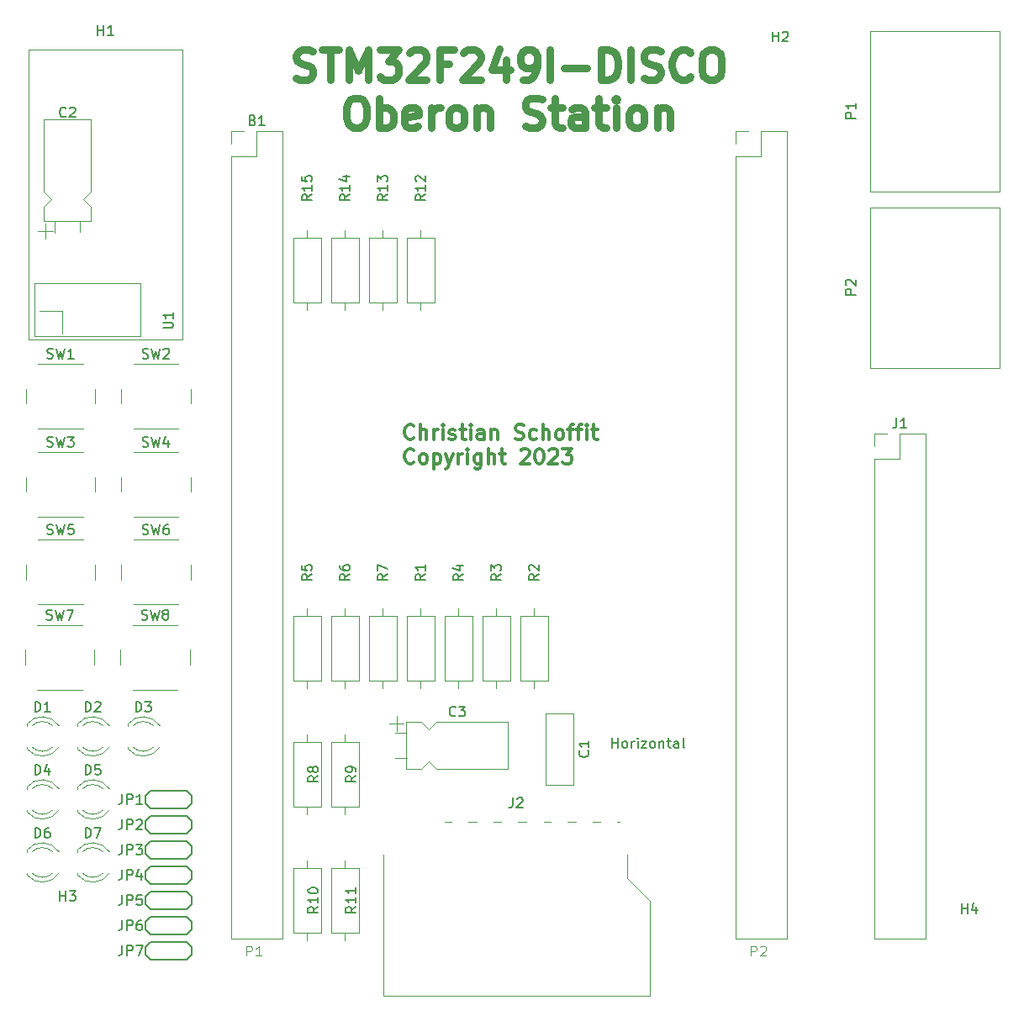
<source format=gbr>
%TF.GenerationSoftware,KiCad,Pcbnew,7.0.1*%
%TF.CreationDate,2023-10-15T10:25:08+02:00*%
%TF.ProjectId,oberon_station,6f626572-6f6e-45f7-9374-6174696f6e2e,rev?*%
%TF.SameCoordinates,Original*%
%TF.FileFunction,Legend,Top*%
%TF.FilePolarity,Positive*%
%FSLAX46Y46*%
G04 Gerber Fmt 4.6, Leading zero omitted, Abs format (unit mm)*
G04 Created by KiCad (PCBNEW 7.0.1) date 2023-10-15 10:25:08*
%MOMM*%
%LPD*%
G01*
G04 APERTURE LIST*
%ADD10C,0.150000*%
%ADD11C,0.750000*%
%ADD12C,0.300000*%
%ADD13C,0.100000*%
%ADD14C,0.120000*%
G04 APERTURE END LIST*
D10*
X160258095Y-124337619D02*
X160258095Y-123337619D01*
X160258095Y-123813809D02*
X160829523Y-123813809D01*
X160829523Y-124337619D02*
X160829523Y-123337619D01*
X161448571Y-124337619D02*
X161353333Y-124290000D01*
X161353333Y-124290000D02*
X161305714Y-124242380D01*
X161305714Y-124242380D02*
X161258095Y-124147142D01*
X161258095Y-124147142D02*
X161258095Y-123861428D01*
X161258095Y-123861428D02*
X161305714Y-123766190D01*
X161305714Y-123766190D02*
X161353333Y-123718571D01*
X161353333Y-123718571D02*
X161448571Y-123670952D01*
X161448571Y-123670952D02*
X161591428Y-123670952D01*
X161591428Y-123670952D02*
X161686666Y-123718571D01*
X161686666Y-123718571D02*
X161734285Y-123766190D01*
X161734285Y-123766190D02*
X161781904Y-123861428D01*
X161781904Y-123861428D02*
X161781904Y-124147142D01*
X161781904Y-124147142D02*
X161734285Y-124242380D01*
X161734285Y-124242380D02*
X161686666Y-124290000D01*
X161686666Y-124290000D02*
X161591428Y-124337619D01*
X161591428Y-124337619D02*
X161448571Y-124337619D01*
X162210476Y-124337619D02*
X162210476Y-123670952D01*
X162210476Y-123861428D02*
X162258095Y-123766190D01*
X162258095Y-123766190D02*
X162305714Y-123718571D01*
X162305714Y-123718571D02*
X162400952Y-123670952D01*
X162400952Y-123670952D02*
X162496190Y-123670952D01*
X162829524Y-124337619D02*
X162829524Y-123670952D01*
X162829524Y-123337619D02*
X162781905Y-123385238D01*
X162781905Y-123385238D02*
X162829524Y-123432857D01*
X162829524Y-123432857D02*
X162877143Y-123385238D01*
X162877143Y-123385238D02*
X162829524Y-123337619D01*
X162829524Y-123337619D02*
X162829524Y-123432857D01*
X163210476Y-123670952D02*
X163734285Y-123670952D01*
X163734285Y-123670952D02*
X163210476Y-124337619D01*
X163210476Y-124337619D02*
X163734285Y-124337619D01*
X164258095Y-124337619D02*
X164162857Y-124290000D01*
X164162857Y-124290000D02*
X164115238Y-124242380D01*
X164115238Y-124242380D02*
X164067619Y-124147142D01*
X164067619Y-124147142D02*
X164067619Y-123861428D01*
X164067619Y-123861428D02*
X164115238Y-123766190D01*
X164115238Y-123766190D02*
X164162857Y-123718571D01*
X164162857Y-123718571D02*
X164258095Y-123670952D01*
X164258095Y-123670952D02*
X164400952Y-123670952D01*
X164400952Y-123670952D02*
X164496190Y-123718571D01*
X164496190Y-123718571D02*
X164543809Y-123766190D01*
X164543809Y-123766190D02*
X164591428Y-123861428D01*
X164591428Y-123861428D02*
X164591428Y-124147142D01*
X164591428Y-124147142D02*
X164543809Y-124242380D01*
X164543809Y-124242380D02*
X164496190Y-124290000D01*
X164496190Y-124290000D02*
X164400952Y-124337619D01*
X164400952Y-124337619D02*
X164258095Y-124337619D01*
X165020000Y-123670952D02*
X165020000Y-124337619D01*
X165020000Y-123766190D02*
X165067619Y-123718571D01*
X165067619Y-123718571D02*
X165162857Y-123670952D01*
X165162857Y-123670952D02*
X165305714Y-123670952D01*
X165305714Y-123670952D02*
X165400952Y-123718571D01*
X165400952Y-123718571D02*
X165448571Y-123813809D01*
X165448571Y-123813809D02*
X165448571Y-124337619D01*
X165781905Y-123670952D02*
X166162857Y-123670952D01*
X165924762Y-123337619D02*
X165924762Y-124194761D01*
X165924762Y-124194761D02*
X165972381Y-124290000D01*
X165972381Y-124290000D02*
X166067619Y-124337619D01*
X166067619Y-124337619D02*
X166162857Y-124337619D01*
X166924762Y-124337619D02*
X166924762Y-123813809D01*
X166924762Y-123813809D02*
X166877143Y-123718571D01*
X166877143Y-123718571D02*
X166781905Y-123670952D01*
X166781905Y-123670952D02*
X166591429Y-123670952D01*
X166591429Y-123670952D02*
X166496191Y-123718571D01*
X166924762Y-124290000D02*
X166829524Y-124337619D01*
X166829524Y-124337619D02*
X166591429Y-124337619D01*
X166591429Y-124337619D02*
X166496191Y-124290000D01*
X166496191Y-124290000D02*
X166448572Y-124194761D01*
X166448572Y-124194761D02*
X166448572Y-124099523D01*
X166448572Y-124099523D02*
X166496191Y-124004285D01*
X166496191Y-124004285D02*
X166591429Y-123956666D01*
X166591429Y-123956666D02*
X166829524Y-123956666D01*
X166829524Y-123956666D02*
X166924762Y-123909047D01*
X167543810Y-124337619D02*
X167448572Y-124290000D01*
X167448572Y-124290000D02*
X167400953Y-124194761D01*
X167400953Y-124194761D02*
X167400953Y-123337619D01*
D11*
X128431428Y-56860000D02*
X128860000Y-57002857D01*
X128860000Y-57002857D02*
X129574285Y-57002857D01*
X129574285Y-57002857D02*
X129860000Y-56860000D01*
X129860000Y-56860000D02*
X130002857Y-56717142D01*
X130002857Y-56717142D02*
X130145714Y-56431428D01*
X130145714Y-56431428D02*
X130145714Y-56145714D01*
X130145714Y-56145714D02*
X130002857Y-55860000D01*
X130002857Y-55860000D02*
X129860000Y-55717142D01*
X129860000Y-55717142D02*
X129574285Y-55574285D01*
X129574285Y-55574285D02*
X129002857Y-55431428D01*
X129002857Y-55431428D02*
X128717142Y-55288571D01*
X128717142Y-55288571D02*
X128574285Y-55145714D01*
X128574285Y-55145714D02*
X128431428Y-54860000D01*
X128431428Y-54860000D02*
X128431428Y-54574285D01*
X128431428Y-54574285D02*
X128574285Y-54288571D01*
X128574285Y-54288571D02*
X128717142Y-54145714D01*
X128717142Y-54145714D02*
X129002857Y-54002857D01*
X129002857Y-54002857D02*
X129717142Y-54002857D01*
X129717142Y-54002857D02*
X130145714Y-54145714D01*
X131002857Y-54002857D02*
X132717143Y-54002857D01*
X131860000Y-57002857D02*
X131860000Y-54002857D01*
X133717142Y-57002857D02*
X133717142Y-54002857D01*
X133717142Y-54002857D02*
X134717142Y-56145714D01*
X134717142Y-56145714D02*
X135717142Y-54002857D01*
X135717142Y-54002857D02*
X135717142Y-57002857D01*
X136859999Y-54002857D02*
X138717142Y-54002857D01*
X138717142Y-54002857D02*
X137717142Y-55145714D01*
X137717142Y-55145714D02*
X138145713Y-55145714D01*
X138145713Y-55145714D02*
X138431428Y-55288571D01*
X138431428Y-55288571D02*
X138574285Y-55431428D01*
X138574285Y-55431428D02*
X138717142Y-55717142D01*
X138717142Y-55717142D02*
X138717142Y-56431428D01*
X138717142Y-56431428D02*
X138574285Y-56717142D01*
X138574285Y-56717142D02*
X138431428Y-56860000D01*
X138431428Y-56860000D02*
X138145713Y-57002857D01*
X138145713Y-57002857D02*
X137288570Y-57002857D01*
X137288570Y-57002857D02*
X137002856Y-56860000D01*
X137002856Y-56860000D02*
X136859999Y-56717142D01*
X139859999Y-54288571D02*
X140002856Y-54145714D01*
X140002856Y-54145714D02*
X140288571Y-54002857D01*
X140288571Y-54002857D02*
X141002856Y-54002857D01*
X141002856Y-54002857D02*
X141288571Y-54145714D01*
X141288571Y-54145714D02*
X141431428Y-54288571D01*
X141431428Y-54288571D02*
X141574285Y-54574285D01*
X141574285Y-54574285D02*
X141574285Y-54860000D01*
X141574285Y-54860000D02*
X141431428Y-55288571D01*
X141431428Y-55288571D02*
X139717142Y-57002857D01*
X139717142Y-57002857D02*
X141574285Y-57002857D01*
X143859999Y-55431428D02*
X142859999Y-55431428D01*
X142859999Y-57002857D02*
X142859999Y-54002857D01*
X142859999Y-54002857D02*
X144288571Y-54002857D01*
X145288571Y-54288571D02*
X145431428Y-54145714D01*
X145431428Y-54145714D02*
X145717143Y-54002857D01*
X145717143Y-54002857D02*
X146431428Y-54002857D01*
X146431428Y-54002857D02*
X146717143Y-54145714D01*
X146717143Y-54145714D02*
X146860000Y-54288571D01*
X146860000Y-54288571D02*
X147002857Y-54574285D01*
X147002857Y-54574285D02*
X147002857Y-54860000D01*
X147002857Y-54860000D02*
X146860000Y-55288571D01*
X146860000Y-55288571D02*
X145145714Y-57002857D01*
X145145714Y-57002857D02*
X147002857Y-57002857D01*
X149574286Y-55002857D02*
X149574286Y-57002857D01*
X148860000Y-53860000D02*
X148145714Y-56002857D01*
X148145714Y-56002857D02*
X150002857Y-56002857D01*
X151288571Y-57002857D02*
X151860000Y-57002857D01*
X151860000Y-57002857D02*
X152145714Y-56860000D01*
X152145714Y-56860000D02*
X152288571Y-56717142D01*
X152288571Y-56717142D02*
X152574286Y-56288571D01*
X152574286Y-56288571D02*
X152717143Y-55717142D01*
X152717143Y-55717142D02*
X152717143Y-54574285D01*
X152717143Y-54574285D02*
X152574286Y-54288571D01*
X152574286Y-54288571D02*
X152431429Y-54145714D01*
X152431429Y-54145714D02*
X152145714Y-54002857D01*
X152145714Y-54002857D02*
X151574286Y-54002857D01*
X151574286Y-54002857D02*
X151288571Y-54145714D01*
X151288571Y-54145714D02*
X151145714Y-54288571D01*
X151145714Y-54288571D02*
X151002857Y-54574285D01*
X151002857Y-54574285D02*
X151002857Y-55288571D01*
X151002857Y-55288571D02*
X151145714Y-55574285D01*
X151145714Y-55574285D02*
X151288571Y-55717142D01*
X151288571Y-55717142D02*
X151574286Y-55860000D01*
X151574286Y-55860000D02*
X152145714Y-55860000D01*
X152145714Y-55860000D02*
X152431429Y-55717142D01*
X152431429Y-55717142D02*
X152574286Y-55574285D01*
X152574286Y-55574285D02*
X152717143Y-55288571D01*
X154002857Y-57002857D02*
X154002857Y-54002857D01*
X155431428Y-55860000D02*
X157717143Y-55860000D01*
X159145714Y-57002857D02*
X159145714Y-54002857D01*
X159145714Y-54002857D02*
X159860000Y-54002857D01*
X159860000Y-54002857D02*
X160288571Y-54145714D01*
X160288571Y-54145714D02*
X160574286Y-54431428D01*
X160574286Y-54431428D02*
X160717143Y-54717142D01*
X160717143Y-54717142D02*
X160860000Y-55288571D01*
X160860000Y-55288571D02*
X160860000Y-55717142D01*
X160860000Y-55717142D02*
X160717143Y-56288571D01*
X160717143Y-56288571D02*
X160574286Y-56574285D01*
X160574286Y-56574285D02*
X160288571Y-56860000D01*
X160288571Y-56860000D02*
X159860000Y-57002857D01*
X159860000Y-57002857D02*
X159145714Y-57002857D01*
X162145714Y-57002857D02*
X162145714Y-54002857D01*
X163431428Y-56860000D02*
X163860000Y-57002857D01*
X163860000Y-57002857D02*
X164574285Y-57002857D01*
X164574285Y-57002857D02*
X164860000Y-56860000D01*
X164860000Y-56860000D02*
X165002857Y-56717142D01*
X165002857Y-56717142D02*
X165145714Y-56431428D01*
X165145714Y-56431428D02*
X165145714Y-56145714D01*
X165145714Y-56145714D02*
X165002857Y-55860000D01*
X165002857Y-55860000D02*
X164860000Y-55717142D01*
X164860000Y-55717142D02*
X164574285Y-55574285D01*
X164574285Y-55574285D02*
X164002857Y-55431428D01*
X164002857Y-55431428D02*
X163717142Y-55288571D01*
X163717142Y-55288571D02*
X163574285Y-55145714D01*
X163574285Y-55145714D02*
X163431428Y-54860000D01*
X163431428Y-54860000D02*
X163431428Y-54574285D01*
X163431428Y-54574285D02*
X163574285Y-54288571D01*
X163574285Y-54288571D02*
X163717142Y-54145714D01*
X163717142Y-54145714D02*
X164002857Y-54002857D01*
X164002857Y-54002857D02*
X164717142Y-54002857D01*
X164717142Y-54002857D02*
X165145714Y-54145714D01*
X168145714Y-56717142D02*
X168002857Y-56860000D01*
X168002857Y-56860000D02*
X167574285Y-57002857D01*
X167574285Y-57002857D02*
X167288571Y-57002857D01*
X167288571Y-57002857D02*
X166860000Y-56860000D01*
X166860000Y-56860000D02*
X166574285Y-56574285D01*
X166574285Y-56574285D02*
X166431428Y-56288571D01*
X166431428Y-56288571D02*
X166288571Y-55717142D01*
X166288571Y-55717142D02*
X166288571Y-55288571D01*
X166288571Y-55288571D02*
X166431428Y-54717142D01*
X166431428Y-54717142D02*
X166574285Y-54431428D01*
X166574285Y-54431428D02*
X166860000Y-54145714D01*
X166860000Y-54145714D02*
X167288571Y-54002857D01*
X167288571Y-54002857D02*
X167574285Y-54002857D01*
X167574285Y-54002857D02*
X168002857Y-54145714D01*
X168002857Y-54145714D02*
X168145714Y-54288571D01*
X170002857Y-54002857D02*
X170574285Y-54002857D01*
X170574285Y-54002857D02*
X170860000Y-54145714D01*
X170860000Y-54145714D02*
X171145714Y-54431428D01*
X171145714Y-54431428D02*
X171288571Y-55002857D01*
X171288571Y-55002857D02*
X171288571Y-56002857D01*
X171288571Y-56002857D02*
X171145714Y-56574285D01*
X171145714Y-56574285D02*
X170860000Y-56860000D01*
X170860000Y-56860000D02*
X170574285Y-57002857D01*
X170574285Y-57002857D02*
X170002857Y-57002857D01*
X170002857Y-57002857D02*
X169717143Y-56860000D01*
X169717143Y-56860000D02*
X169431428Y-56574285D01*
X169431428Y-56574285D02*
X169288571Y-56002857D01*
X169288571Y-56002857D02*
X169288571Y-55002857D01*
X169288571Y-55002857D02*
X169431428Y-54431428D01*
X169431428Y-54431428D02*
X169717143Y-54145714D01*
X169717143Y-54145714D02*
X170002857Y-54002857D01*
X134217142Y-58862857D02*
X134788570Y-58862857D01*
X134788570Y-58862857D02*
X135074285Y-59005714D01*
X135074285Y-59005714D02*
X135359999Y-59291428D01*
X135359999Y-59291428D02*
X135502856Y-59862857D01*
X135502856Y-59862857D02*
X135502856Y-60862857D01*
X135502856Y-60862857D02*
X135359999Y-61434285D01*
X135359999Y-61434285D02*
X135074285Y-61720000D01*
X135074285Y-61720000D02*
X134788570Y-61862857D01*
X134788570Y-61862857D02*
X134217142Y-61862857D01*
X134217142Y-61862857D02*
X133931428Y-61720000D01*
X133931428Y-61720000D02*
X133645713Y-61434285D01*
X133645713Y-61434285D02*
X133502856Y-60862857D01*
X133502856Y-60862857D02*
X133502856Y-59862857D01*
X133502856Y-59862857D02*
X133645713Y-59291428D01*
X133645713Y-59291428D02*
X133931428Y-59005714D01*
X133931428Y-59005714D02*
X134217142Y-58862857D01*
X136788570Y-61862857D02*
X136788570Y-58862857D01*
X136788570Y-60005714D02*
X137074285Y-59862857D01*
X137074285Y-59862857D02*
X137645713Y-59862857D01*
X137645713Y-59862857D02*
X137931427Y-60005714D01*
X137931427Y-60005714D02*
X138074285Y-60148571D01*
X138074285Y-60148571D02*
X138217142Y-60434285D01*
X138217142Y-60434285D02*
X138217142Y-61291428D01*
X138217142Y-61291428D02*
X138074285Y-61577142D01*
X138074285Y-61577142D02*
X137931427Y-61720000D01*
X137931427Y-61720000D02*
X137645713Y-61862857D01*
X137645713Y-61862857D02*
X137074285Y-61862857D01*
X137074285Y-61862857D02*
X136788570Y-61720000D01*
X140645713Y-61720000D02*
X140359999Y-61862857D01*
X140359999Y-61862857D02*
X139788571Y-61862857D01*
X139788571Y-61862857D02*
X139502856Y-61720000D01*
X139502856Y-61720000D02*
X139359999Y-61434285D01*
X139359999Y-61434285D02*
X139359999Y-60291428D01*
X139359999Y-60291428D02*
X139502856Y-60005714D01*
X139502856Y-60005714D02*
X139788571Y-59862857D01*
X139788571Y-59862857D02*
X140359999Y-59862857D01*
X140359999Y-59862857D02*
X140645713Y-60005714D01*
X140645713Y-60005714D02*
X140788571Y-60291428D01*
X140788571Y-60291428D02*
X140788571Y-60577142D01*
X140788571Y-60577142D02*
X139359999Y-60862857D01*
X142074285Y-61862857D02*
X142074285Y-59862857D01*
X142074285Y-60434285D02*
X142217142Y-60148571D01*
X142217142Y-60148571D02*
X142360000Y-60005714D01*
X142360000Y-60005714D02*
X142645714Y-59862857D01*
X142645714Y-59862857D02*
X142931428Y-59862857D01*
X144360000Y-61862857D02*
X144074285Y-61720000D01*
X144074285Y-61720000D02*
X143931428Y-61577142D01*
X143931428Y-61577142D02*
X143788571Y-61291428D01*
X143788571Y-61291428D02*
X143788571Y-60434285D01*
X143788571Y-60434285D02*
X143931428Y-60148571D01*
X143931428Y-60148571D02*
X144074285Y-60005714D01*
X144074285Y-60005714D02*
X144360000Y-59862857D01*
X144360000Y-59862857D02*
X144788571Y-59862857D01*
X144788571Y-59862857D02*
X145074285Y-60005714D01*
X145074285Y-60005714D02*
X145217143Y-60148571D01*
X145217143Y-60148571D02*
X145360000Y-60434285D01*
X145360000Y-60434285D02*
X145360000Y-61291428D01*
X145360000Y-61291428D02*
X145217143Y-61577142D01*
X145217143Y-61577142D02*
X145074285Y-61720000D01*
X145074285Y-61720000D02*
X144788571Y-61862857D01*
X144788571Y-61862857D02*
X144360000Y-61862857D01*
X146645714Y-59862857D02*
X146645714Y-61862857D01*
X146645714Y-60148571D02*
X146788571Y-60005714D01*
X146788571Y-60005714D02*
X147074286Y-59862857D01*
X147074286Y-59862857D02*
X147502857Y-59862857D01*
X147502857Y-59862857D02*
X147788571Y-60005714D01*
X147788571Y-60005714D02*
X147931429Y-60291428D01*
X147931429Y-60291428D02*
X147931429Y-61862857D01*
X151502857Y-61720000D02*
X151931429Y-61862857D01*
X151931429Y-61862857D02*
X152645714Y-61862857D01*
X152645714Y-61862857D02*
X152931429Y-61720000D01*
X152931429Y-61720000D02*
X153074286Y-61577142D01*
X153074286Y-61577142D02*
X153217143Y-61291428D01*
X153217143Y-61291428D02*
X153217143Y-61005714D01*
X153217143Y-61005714D02*
X153074286Y-60720000D01*
X153074286Y-60720000D02*
X152931429Y-60577142D01*
X152931429Y-60577142D02*
X152645714Y-60434285D01*
X152645714Y-60434285D02*
X152074286Y-60291428D01*
X152074286Y-60291428D02*
X151788571Y-60148571D01*
X151788571Y-60148571D02*
X151645714Y-60005714D01*
X151645714Y-60005714D02*
X151502857Y-59720000D01*
X151502857Y-59720000D02*
X151502857Y-59434285D01*
X151502857Y-59434285D02*
X151645714Y-59148571D01*
X151645714Y-59148571D02*
X151788571Y-59005714D01*
X151788571Y-59005714D02*
X152074286Y-58862857D01*
X152074286Y-58862857D02*
X152788571Y-58862857D01*
X152788571Y-58862857D02*
X153217143Y-59005714D01*
X154074286Y-59862857D02*
X155217143Y-59862857D01*
X154502857Y-58862857D02*
X154502857Y-61434285D01*
X154502857Y-61434285D02*
X154645714Y-61720000D01*
X154645714Y-61720000D02*
X154931429Y-61862857D01*
X154931429Y-61862857D02*
X155217143Y-61862857D01*
X157502858Y-61862857D02*
X157502858Y-60291428D01*
X157502858Y-60291428D02*
X157360000Y-60005714D01*
X157360000Y-60005714D02*
X157074286Y-59862857D01*
X157074286Y-59862857D02*
X156502858Y-59862857D01*
X156502858Y-59862857D02*
X156217143Y-60005714D01*
X157502858Y-61720000D02*
X157217143Y-61862857D01*
X157217143Y-61862857D02*
X156502858Y-61862857D01*
X156502858Y-61862857D02*
X156217143Y-61720000D01*
X156217143Y-61720000D02*
X156074286Y-61434285D01*
X156074286Y-61434285D02*
X156074286Y-61148571D01*
X156074286Y-61148571D02*
X156217143Y-60862857D01*
X156217143Y-60862857D02*
X156502858Y-60720000D01*
X156502858Y-60720000D02*
X157217143Y-60720000D01*
X157217143Y-60720000D02*
X157502858Y-60577142D01*
X158502858Y-59862857D02*
X159645715Y-59862857D01*
X158931429Y-58862857D02*
X158931429Y-61434285D01*
X158931429Y-61434285D02*
X159074286Y-61720000D01*
X159074286Y-61720000D02*
X159360001Y-61862857D01*
X159360001Y-61862857D02*
X159645715Y-61862857D01*
X160645715Y-61862857D02*
X160645715Y-59862857D01*
X160645715Y-58862857D02*
X160502858Y-59005714D01*
X160502858Y-59005714D02*
X160645715Y-59148571D01*
X160645715Y-59148571D02*
X160788572Y-59005714D01*
X160788572Y-59005714D02*
X160645715Y-58862857D01*
X160645715Y-58862857D02*
X160645715Y-59148571D01*
X162502858Y-61862857D02*
X162217143Y-61720000D01*
X162217143Y-61720000D02*
X162074286Y-61577142D01*
X162074286Y-61577142D02*
X161931429Y-61291428D01*
X161931429Y-61291428D02*
X161931429Y-60434285D01*
X161931429Y-60434285D02*
X162074286Y-60148571D01*
X162074286Y-60148571D02*
X162217143Y-60005714D01*
X162217143Y-60005714D02*
X162502858Y-59862857D01*
X162502858Y-59862857D02*
X162931429Y-59862857D01*
X162931429Y-59862857D02*
X163217143Y-60005714D01*
X163217143Y-60005714D02*
X163360001Y-60148571D01*
X163360001Y-60148571D02*
X163502858Y-60434285D01*
X163502858Y-60434285D02*
X163502858Y-61291428D01*
X163502858Y-61291428D02*
X163360001Y-61577142D01*
X163360001Y-61577142D02*
X163217143Y-61720000D01*
X163217143Y-61720000D02*
X162931429Y-61862857D01*
X162931429Y-61862857D02*
X162502858Y-61862857D01*
X164788572Y-59862857D02*
X164788572Y-61862857D01*
X164788572Y-60148571D02*
X164931429Y-60005714D01*
X164931429Y-60005714D02*
X165217144Y-59862857D01*
X165217144Y-59862857D02*
X165645715Y-59862857D01*
X165645715Y-59862857D02*
X165931429Y-60005714D01*
X165931429Y-60005714D02*
X166074287Y-60291428D01*
X166074287Y-60291428D02*
X166074287Y-61862857D01*
D12*
X140279285Y-93128571D02*
X140207857Y-93200000D01*
X140207857Y-93200000D02*
X139993571Y-93271428D01*
X139993571Y-93271428D02*
X139850714Y-93271428D01*
X139850714Y-93271428D02*
X139636428Y-93200000D01*
X139636428Y-93200000D02*
X139493571Y-93057142D01*
X139493571Y-93057142D02*
X139422142Y-92914285D01*
X139422142Y-92914285D02*
X139350714Y-92628571D01*
X139350714Y-92628571D02*
X139350714Y-92414285D01*
X139350714Y-92414285D02*
X139422142Y-92128571D01*
X139422142Y-92128571D02*
X139493571Y-91985714D01*
X139493571Y-91985714D02*
X139636428Y-91842857D01*
X139636428Y-91842857D02*
X139850714Y-91771428D01*
X139850714Y-91771428D02*
X139993571Y-91771428D01*
X139993571Y-91771428D02*
X140207857Y-91842857D01*
X140207857Y-91842857D02*
X140279285Y-91914285D01*
X140922142Y-93271428D02*
X140922142Y-91771428D01*
X141565000Y-93271428D02*
X141565000Y-92485714D01*
X141565000Y-92485714D02*
X141493571Y-92342857D01*
X141493571Y-92342857D02*
X141350714Y-92271428D01*
X141350714Y-92271428D02*
X141136428Y-92271428D01*
X141136428Y-92271428D02*
X140993571Y-92342857D01*
X140993571Y-92342857D02*
X140922142Y-92414285D01*
X142279285Y-93271428D02*
X142279285Y-92271428D01*
X142279285Y-92557142D02*
X142350714Y-92414285D01*
X142350714Y-92414285D02*
X142422143Y-92342857D01*
X142422143Y-92342857D02*
X142565000Y-92271428D01*
X142565000Y-92271428D02*
X142707857Y-92271428D01*
X143207856Y-93271428D02*
X143207856Y-92271428D01*
X143207856Y-91771428D02*
X143136428Y-91842857D01*
X143136428Y-91842857D02*
X143207856Y-91914285D01*
X143207856Y-91914285D02*
X143279285Y-91842857D01*
X143279285Y-91842857D02*
X143207856Y-91771428D01*
X143207856Y-91771428D02*
X143207856Y-91914285D01*
X143850714Y-93200000D02*
X143993571Y-93271428D01*
X143993571Y-93271428D02*
X144279285Y-93271428D01*
X144279285Y-93271428D02*
X144422142Y-93200000D01*
X144422142Y-93200000D02*
X144493571Y-93057142D01*
X144493571Y-93057142D02*
X144493571Y-92985714D01*
X144493571Y-92985714D02*
X144422142Y-92842857D01*
X144422142Y-92842857D02*
X144279285Y-92771428D01*
X144279285Y-92771428D02*
X144065000Y-92771428D01*
X144065000Y-92771428D02*
X143922142Y-92700000D01*
X143922142Y-92700000D02*
X143850714Y-92557142D01*
X143850714Y-92557142D02*
X143850714Y-92485714D01*
X143850714Y-92485714D02*
X143922142Y-92342857D01*
X143922142Y-92342857D02*
X144065000Y-92271428D01*
X144065000Y-92271428D02*
X144279285Y-92271428D01*
X144279285Y-92271428D02*
X144422142Y-92342857D01*
X144922143Y-92271428D02*
X145493571Y-92271428D01*
X145136428Y-91771428D02*
X145136428Y-93057142D01*
X145136428Y-93057142D02*
X145207857Y-93200000D01*
X145207857Y-93200000D02*
X145350714Y-93271428D01*
X145350714Y-93271428D02*
X145493571Y-93271428D01*
X145993571Y-93271428D02*
X145993571Y-92271428D01*
X145993571Y-91771428D02*
X145922143Y-91842857D01*
X145922143Y-91842857D02*
X145993571Y-91914285D01*
X145993571Y-91914285D02*
X146065000Y-91842857D01*
X146065000Y-91842857D02*
X145993571Y-91771428D01*
X145993571Y-91771428D02*
X145993571Y-91914285D01*
X147350715Y-93271428D02*
X147350715Y-92485714D01*
X147350715Y-92485714D02*
X147279286Y-92342857D01*
X147279286Y-92342857D02*
X147136429Y-92271428D01*
X147136429Y-92271428D02*
X146850715Y-92271428D01*
X146850715Y-92271428D02*
X146707857Y-92342857D01*
X147350715Y-93200000D02*
X147207857Y-93271428D01*
X147207857Y-93271428D02*
X146850715Y-93271428D01*
X146850715Y-93271428D02*
X146707857Y-93200000D01*
X146707857Y-93200000D02*
X146636429Y-93057142D01*
X146636429Y-93057142D02*
X146636429Y-92914285D01*
X146636429Y-92914285D02*
X146707857Y-92771428D01*
X146707857Y-92771428D02*
X146850715Y-92700000D01*
X146850715Y-92700000D02*
X147207857Y-92700000D01*
X147207857Y-92700000D02*
X147350715Y-92628571D01*
X148065000Y-92271428D02*
X148065000Y-93271428D01*
X148065000Y-92414285D02*
X148136429Y-92342857D01*
X148136429Y-92342857D02*
X148279286Y-92271428D01*
X148279286Y-92271428D02*
X148493572Y-92271428D01*
X148493572Y-92271428D02*
X148636429Y-92342857D01*
X148636429Y-92342857D02*
X148707858Y-92485714D01*
X148707858Y-92485714D02*
X148707858Y-93271428D01*
X150493572Y-93200000D02*
X150707858Y-93271428D01*
X150707858Y-93271428D02*
X151065000Y-93271428D01*
X151065000Y-93271428D02*
X151207858Y-93200000D01*
X151207858Y-93200000D02*
X151279286Y-93128571D01*
X151279286Y-93128571D02*
X151350715Y-92985714D01*
X151350715Y-92985714D02*
X151350715Y-92842857D01*
X151350715Y-92842857D02*
X151279286Y-92700000D01*
X151279286Y-92700000D02*
X151207858Y-92628571D01*
X151207858Y-92628571D02*
X151065000Y-92557142D01*
X151065000Y-92557142D02*
X150779286Y-92485714D01*
X150779286Y-92485714D02*
X150636429Y-92414285D01*
X150636429Y-92414285D02*
X150565000Y-92342857D01*
X150565000Y-92342857D02*
X150493572Y-92200000D01*
X150493572Y-92200000D02*
X150493572Y-92057142D01*
X150493572Y-92057142D02*
X150565000Y-91914285D01*
X150565000Y-91914285D02*
X150636429Y-91842857D01*
X150636429Y-91842857D02*
X150779286Y-91771428D01*
X150779286Y-91771428D02*
X151136429Y-91771428D01*
X151136429Y-91771428D02*
X151350715Y-91842857D01*
X152636429Y-93200000D02*
X152493571Y-93271428D01*
X152493571Y-93271428D02*
X152207857Y-93271428D01*
X152207857Y-93271428D02*
X152065000Y-93200000D01*
X152065000Y-93200000D02*
X151993571Y-93128571D01*
X151993571Y-93128571D02*
X151922143Y-92985714D01*
X151922143Y-92985714D02*
X151922143Y-92557142D01*
X151922143Y-92557142D02*
X151993571Y-92414285D01*
X151993571Y-92414285D02*
X152065000Y-92342857D01*
X152065000Y-92342857D02*
X152207857Y-92271428D01*
X152207857Y-92271428D02*
X152493571Y-92271428D01*
X152493571Y-92271428D02*
X152636429Y-92342857D01*
X153279285Y-93271428D02*
X153279285Y-91771428D01*
X153922143Y-93271428D02*
X153922143Y-92485714D01*
X153922143Y-92485714D02*
X153850714Y-92342857D01*
X153850714Y-92342857D02*
X153707857Y-92271428D01*
X153707857Y-92271428D02*
X153493571Y-92271428D01*
X153493571Y-92271428D02*
X153350714Y-92342857D01*
X153350714Y-92342857D02*
X153279285Y-92414285D01*
X154850714Y-93271428D02*
X154707857Y-93200000D01*
X154707857Y-93200000D02*
X154636428Y-93128571D01*
X154636428Y-93128571D02*
X154565000Y-92985714D01*
X154565000Y-92985714D02*
X154565000Y-92557142D01*
X154565000Y-92557142D02*
X154636428Y-92414285D01*
X154636428Y-92414285D02*
X154707857Y-92342857D01*
X154707857Y-92342857D02*
X154850714Y-92271428D01*
X154850714Y-92271428D02*
X155065000Y-92271428D01*
X155065000Y-92271428D02*
X155207857Y-92342857D01*
X155207857Y-92342857D02*
X155279286Y-92414285D01*
X155279286Y-92414285D02*
X155350714Y-92557142D01*
X155350714Y-92557142D02*
X155350714Y-92985714D01*
X155350714Y-92985714D02*
X155279286Y-93128571D01*
X155279286Y-93128571D02*
X155207857Y-93200000D01*
X155207857Y-93200000D02*
X155065000Y-93271428D01*
X155065000Y-93271428D02*
X154850714Y-93271428D01*
X155779286Y-92271428D02*
X156350714Y-92271428D01*
X155993571Y-93271428D02*
X155993571Y-91985714D01*
X155993571Y-91985714D02*
X156065000Y-91842857D01*
X156065000Y-91842857D02*
X156207857Y-91771428D01*
X156207857Y-91771428D02*
X156350714Y-91771428D01*
X156636429Y-92271428D02*
X157207857Y-92271428D01*
X156850714Y-93271428D02*
X156850714Y-91985714D01*
X156850714Y-91985714D02*
X156922143Y-91842857D01*
X156922143Y-91842857D02*
X157065000Y-91771428D01*
X157065000Y-91771428D02*
X157207857Y-91771428D01*
X157707857Y-93271428D02*
X157707857Y-92271428D01*
X157707857Y-91771428D02*
X157636429Y-91842857D01*
X157636429Y-91842857D02*
X157707857Y-91914285D01*
X157707857Y-91914285D02*
X157779286Y-91842857D01*
X157779286Y-91842857D02*
X157707857Y-91771428D01*
X157707857Y-91771428D02*
X157707857Y-91914285D01*
X158207858Y-92271428D02*
X158779286Y-92271428D01*
X158422143Y-91771428D02*
X158422143Y-93057142D01*
X158422143Y-93057142D02*
X158493572Y-93200000D01*
X158493572Y-93200000D02*
X158636429Y-93271428D01*
X158636429Y-93271428D02*
X158779286Y-93271428D01*
X140279285Y-95558571D02*
X140207857Y-95630000D01*
X140207857Y-95630000D02*
X139993571Y-95701428D01*
X139993571Y-95701428D02*
X139850714Y-95701428D01*
X139850714Y-95701428D02*
X139636428Y-95630000D01*
X139636428Y-95630000D02*
X139493571Y-95487142D01*
X139493571Y-95487142D02*
X139422142Y-95344285D01*
X139422142Y-95344285D02*
X139350714Y-95058571D01*
X139350714Y-95058571D02*
X139350714Y-94844285D01*
X139350714Y-94844285D02*
X139422142Y-94558571D01*
X139422142Y-94558571D02*
X139493571Y-94415714D01*
X139493571Y-94415714D02*
X139636428Y-94272857D01*
X139636428Y-94272857D02*
X139850714Y-94201428D01*
X139850714Y-94201428D02*
X139993571Y-94201428D01*
X139993571Y-94201428D02*
X140207857Y-94272857D01*
X140207857Y-94272857D02*
X140279285Y-94344285D01*
X141136428Y-95701428D02*
X140993571Y-95630000D01*
X140993571Y-95630000D02*
X140922142Y-95558571D01*
X140922142Y-95558571D02*
X140850714Y-95415714D01*
X140850714Y-95415714D02*
X140850714Y-94987142D01*
X140850714Y-94987142D02*
X140922142Y-94844285D01*
X140922142Y-94844285D02*
X140993571Y-94772857D01*
X140993571Y-94772857D02*
X141136428Y-94701428D01*
X141136428Y-94701428D02*
X141350714Y-94701428D01*
X141350714Y-94701428D02*
X141493571Y-94772857D01*
X141493571Y-94772857D02*
X141565000Y-94844285D01*
X141565000Y-94844285D02*
X141636428Y-94987142D01*
X141636428Y-94987142D02*
X141636428Y-95415714D01*
X141636428Y-95415714D02*
X141565000Y-95558571D01*
X141565000Y-95558571D02*
X141493571Y-95630000D01*
X141493571Y-95630000D02*
X141350714Y-95701428D01*
X141350714Y-95701428D02*
X141136428Y-95701428D01*
X142279285Y-94701428D02*
X142279285Y-96201428D01*
X142279285Y-94772857D02*
X142422143Y-94701428D01*
X142422143Y-94701428D02*
X142707857Y-94701428D01*
X142707857Y-94701428D02*
X142850714Y-94772857D01*
X142850714Y-94772857D02*
X142922143Y-94844285D01*
X142922143Y-94844285D02*
X142993571Y-94987142D01*
X142993571Y-94987142D02*
X142993571Y-95415714D01*
X142993571Y-95415714D02*
X142922143Y-95558571D01*
X142922143Y-95558571D02*
X142850714Y-95630000D01*
X142850714Y-95630000D02*
X142707857Y-95701428D01*
X142707857Y-95701428D02*
X142422143Y-95701428D01*
X142422143Y-95701428D02*
X142279285Y-95630000D01*
X143493571Y-94701428D02*
X143850714Y-95701428D01*
X144207857Y-94701428D02*
X143850714Y-95701428D01*
X143850714Y-95701428D02*
X143707857Y-96058571D01*
X143707857Y-96058571D02*
X143636428Y-96130000D01*
X143636428Y-96130000D02*
X143493571Y-96201428D01*
X144779285Y-95701428D02*
X144779285Y-94701428D01*
X144779285Y-94987142D02*
X144850714Y-94844285D01*
X144850714Y-94844285D02*
X144922143Y-94772857D01*
X144922143Y-94772857D02*
X145065000Y-94701428D01*
X145065000Y-94701428D02*
X145207857Y-94701428D01*
X145707856Y-95701428D02*
X145707856Y-94701428D01*
X145707856Y-94201428D02*
X145636428Y-94272857D01*
X145636428Y-94272857D02*
X145707856Y-94344285D01*
X145707856Y-94344285D02*
X145779285Y-94272857D01*
X145779285Y-94272857D02*
X145707856Y-94201428D01*
X145707856Y-94201428D02*
X145707856Y-94344285D01*
X147065000Y-94701428D02*
X147065000Y-95915714D01*
X147065000Y-95915714D02*
X146993571Y-96058571D01*
X146993571Y-96058571D02*
X146922142Y-96130000D01*
X146922142Y-96130000D02*
X146779285Y-96201428D01*
X146779285Y-96201428D02*
X146565000Y-96201428D01*
X146565000Y-96201428D02*
X146422142Y-96130000D01*
X147065000Y-95630000D02*
X146922142Y-95701428D01*
X146922142Y-95701428D02*
X146636428Y-95701428D01*
X146636428Y-95701428D02*
X146493571Y-95630000D01*
X146493571Y-95630000D02*
X146422142Y-95558571D01*
X146422142Y-95558571D02*
X146350714Y-95415714D01*
X146350714Y-95415714D02*
X146350714Y-94987142D01*
X146350714Y-94987142D02*
X146422142Y-94844285D01*
X146422142Y-94844285D02*
X146493571Y-94772857D01*
X146493571Y-94772857D02*
X146636428Y-94701428D01*
X146636428Y-94701428D02*
X146922142Y-94701428D01*
X146922142Y-94701428D02*
X147065000Y-94772857D01*
X147779285Y-95701428D02*
X147779285Y-94201428D01*
X148422143Y-95701428D02*
X148422143Y-94915714D01*
X148422143Y-94915714D02*
X148350714Y-94772857D01*
X148350714Y-94772857D02*
X148207857Y-94701428D01*
X148207857Y-94701428D02*
X147993571Y-94701428D01*
X147993571Y-94701428D02*
X147850714Y-94772857D01*
X147850714Y-94772857D02*
X147779285Y-94844285D01*
X148922143Y-94701428D02*
X149493571Y-94701428D01*
X149136428Y-94201428D02*
X149136428Y-95487142D01*
X149136428Y-95487142D02*
X149207857Y-95630000D01*
X149207857Y-95630000D02*
X149350714Y-95701428D01*
X149350714Y-95701428D02*
X149493571Y-95701428D01*
X151065000Y-94344285D02*
X151136428Y-94272857D01*
X151136428Y-94272857D02*
X151279286Y-94201428D01*
X151279286Y-94201428D02*
X151636428Y-94201428D01*
X151636428Y-94201428D02*
X151779286Y-94272857D01*
X151779286Y-94272857D02*
X151850714Y-94344285D01*
X151850714Y-94344285D02*
X151922143Y-94487142D01*
X151922143Y-94487142D02*
X151922143Y-94630000D01*
X151922143Y-94630000D02*
X151850714Y-94844285D01*
X151850714Y-94844285D02*
X150993571Y-95701428D01*
X150993571Y-95701428D02*
X151922143Y-95701428D01*
X152850714Y-94201428D02*
X152993571Y-94201428D01*
X152993571Y-94201428D02*
X153136428Y-94272857D01*
X153136428Y-94272857D02*
X153207857Y-94344285D01*
X153207857Y-94344285D02*
X153279285Y-94487142D01*
X153279285Y-94487142D02*
X153350714Y-94772857D01*
X153350714Y-94772857D02*
X153350714Y-95130000D01*
X153350714Y-95130000D02*
X153279285Y-95415714D01*
X153279285Y-95415714D02*
X153207857Y-95558571D01*
X153207857Y-95558571D02*
X153136428Y-95630000D01*
X153136428Y-95630000D02*
X152993571Y-95701428D01*
X152993571Y-95701428D02*
X152850714Y-95701428D01*
X152850714Y-95701428D02*
X152707857Y-95630000D01*
X152707857Y-95630000D02*
X152636428Y-95558571D01*
X152636428Y-95558571D02*
X152564999Y-95415714D01*
X152564999Y-95415714D02*
X152493571Y-95130000D01*
X152493571Y-95130000D02*
X152493571Y-94772857D01*
X152493571Y-94772857D02*
X152564999Y-94487142D01*
X152564999Y-94487142D02*
X152636428Y-94344285D01*
X152636428Y-94344285D02*
X152707857Y-94272857D01*
X152707857Y-94272857D02*
X152850714Y-94201428D01*
X153922142Y-94344285D02*
X153993570Y-94272857D01*
X153993570Y-94272857D02*
X154136428Y-94201428D01*
X154136428Y-94201428D02*
X154493570Y-94201428D01*
X154493570Y-94201428D02*
X154636428Y-94272857D01*
X154636428Y-94272857D02*
X154707856Y-94344285D01*
X154707856Y-94344285D02*
X154779285Y-94487142D01*
X154779285Y-94487142D02*
X154779285Y-94630000D01*
X154779285Y-94630000D02*
X154707856Y-94844285D01*
X154707856Y-94844285D02*
X153850713Y-95701428D01*
X153850713Y-95701428D02*
X154779285Y-95701428D01*
X155279284Y-94201428D02*
X156207856Y-94201428D01*
X156207856Y-94201428D02*
X155707856Y-94772857D01*
X155707856Y-94772857D02*
X155922141Y-94772857D01*
X155922141Y-94772857D02*
X156064999Y-94844285D01*
X156064999Y-94844285D02*
X156136427Y-94915714D01*
X156136427Y-94915714D02*
X156207856Y-95058571D01*
X156207856Y-95058571D02*
X156207856Y-95415714D01*
X156207856Y-95415714D02*
X156136427Y-95558571D01*
X156136427Y-95558571D02*
X156064999Y-95630000D01*
X156064999Y-95630000D02*
X155922141Y-95701428D01*
X155922141Y-95701428D02*
X155493570Y-95701428D01*
X155493570Y-95701428D02*
X155350713Y-95630000D01*
X155350713Y-95630000D02*
X155279284Y-95558571D01*
D10*
%TO.C,R10*%
X130637619Y-140342857D02*
X130161428Y-140676190D01*
X130637619Y-140914285D02*
X129637619Y-140914285D01*
X129637619Y-140914285D02*
X129637619Y-140533333D01*
X129637619Y-140533333D02*
X129685238Y-140438095D01*
X129685238Y-140438095D02*
X129732857Y-140390476D01*
X129732857Y-140390476D02*
X129828095Y-140342857D01*
X129828095Y-140342857D02*
X129970952Y-140342857D01*
X129970952Y-140342857D02*
X130066190Y-140390476D01*
X130066190Y-140390476D02*
X130113809Y-140438095D01*
X130113809Y-140438095D02*
X130161428Y-140533333D01*
X130161428Y-140533333D02*
X130161428Y-140914285D01*
X130637619Y-139390476D02*
X130637619Y-139961904D01*
X130637619Y-139676190D02*
X129637619Y-139676190D01*
X129637619Y-139676190D02*
X129780476Y-139771428D01*
X129780476Y-139771428D02*
X129875714Y-139866666D01*
X129875714Y-139866666D02*
X129923333Y-139961904D01*
X129637619Y-138771428D02*
X129637619Y-138676190D01*
X129637619Y-138676190D02*
X129685238Y-138580952D01*
X129685238Y-138580952D02*
X129732857Y-138533333D01*
X129732857Y-138533333D02*
X129828095Y-138485714D01*
X129828095Y-138485714D02*
X130018571Y-138438095D01*
X130018571Y-138438095D02*
X130256666Y-138438095D01*
X130256666Y-138438095D02*
X130447142Y-138485714D01*
X130447142Y-138485714D02*
X130542380Y-138533333D01*
X130542380Y-138533333D02*
X130590000Y-138580952D01*
X130590000Y-138580952D02*
X130637619Y-138676190D01*
X130637619Y-138676190D02*
X130637619Y-138771428D01*
X130637619Y-138771428D02*
X130590000Y-138866666D01*
X130590000Y-138866666D02*
X130542380Y-138914285D01*
X130542380Y-138914285D02*
X130447142Y-138961904D01*
X130447142Y-138961904D02*
X130256666Y-139009523D01*
X130256666Y-139009523D02*
X130018571Y-139009523D01*
X130018571Y-139009523D02*
X129828095Y-138961904D01*
X129828095Y-138961904D02*
X129732857Y-138914285D01*
X129732857Y-138914285D02*
X129685238Y-138866666D01*
X129685238Y-138866666D02*
X129637619Y-138771428D01*
%TO.C,JP2*%
X110926666Y-131542619D02*
X110926666Y-132256904D01*
X110926666Y-132256904D02*
X110879047Y-132399761D01*
X110879047Y-132399761D02*
X110783809Y-132495000D01*
X110783809Y-132495000D02*
X110640952Y-132542619D01*
X110640952Y-132542619D02*
X110545714Y-132542619D01*
X111402857Y-132542619D02*
X111402857Y-131542619D01*
X111402857Y-131542619D02*
X111783809Y-131542619D01*
X111783809Y-131542619D02*
X111879047Y-131590238D01*
X111879047Y-131590238D02*
X111926666Y-131637857D01*
X111926666Y-131637857D02*
X111974285Y-131733095D01*
X111974285Y-131733095D02*
X111974285Y-131875952D01*
X111974285Y-131875952D02*
X111926666Y-131971190D01*
X111926666Y-131971190D02*
X111879047Y-132018809D01*
X111879047Y-132018809D02*
X111783809Y-132066428D01*
X111783809Y-132066428D02*
X111402857Y-132066428D01*
X112355238Y-131637857D02*
X112402857Y-131590238D01*
X112402857Y-131590238D02*
X112498095Y-131542619D01*
X112498095Y-131542619D02*
X112736190Y-131542619D01*
X112736190Y-131542619D02*
X112831428Y-131590238D01*
X112831428Y-131590238D02*
X112879047Y-131637857D01*
X112879047Y-131637857D02*
X112926666Y-131733095D01*
X112926666Y-131733095D02*
X112926666Y-131828333D01*
X112926666Y-131828333D02*
X112879047Y-131971190D01*
X112879047Y-131971190D02*
X112307619Y-132542619D01*
X112307619Y-132542619D02*
X112926666Y-132542619D01*
%TO.C,SW6*%
X112966667Y-102790000D02*
X113109524Y-102837619D01*
X113109524Y-102837619D02*
X113347619Y-102837619D01*
X113347619Y-102837619D02*
X113442857Y-102790000D01*
X113442857Y-102790000D02*
X113490476Y-102742380D01*
X113490476Y-102742380D02*
X113538095Y-102647142D01*
X113538095Y-102647142D02*
X113538095Y-102551904D01*
X113538095Y-102551904D02*
X113490476Y-102456666D01*
X113490476Y-102456666D02*
X113442857Y-102409047D01*
X113442857Y-102409047D02*
X113347619Y-102361428D01*
X113347619Y-102361428D02*
X113157143Y-102313809D01*
X113157143Y-102313809D02*
X113061905Y-102266190D01*
X113061905Y-102266190D02*
X113014286Y-102218571D01*
X113014286Y-102218571D02*
X112966667Y-102123333D01*
X112966667Y-102123333D02*
X112966667Y-102028095D01*
X112966667Y-102028095D02*
X113014286Y-101932857D01*
X113014286Y-101932857D02*
X113061905Y-101885238D01*
X113061905Y-101885238D02*
X113157143Y-101837619D01*
X113157143Y-101837619D02*
X113395238Y-101837619D01*
X113395238Y-101837619D02*
X113538095Y-101885238D01*
X113871429Y-101837619D02*
X114109524Y-102837619D01*
X114109524Y-102837619D02*
X114300000Y-102123333D01*
X114300000Y-102123333D02*
X114490476Y-102837619D01*
X114490476Y-102837619D02*
X114728572Y-101837619D01*
X115538095Y-101837619D02*
X115347619Y-101837619D01*
X115347619Y-101837619D02*
X115252381Y-101885238D01*
X115252381Y-101885238D02*
X115204762Y-101932857D01*
X115204762Y-101932857D02*
X115109524Y-102075714D01*
X115109524Y-102075714D02*
X115061905Y-102266190D01*
X115061905Y-102266190D02*
X115061905Y-102647142D01*
X115061905Y-102647142D02*
X115109524Y-102742380D01*
X115109524Y-102742380D02*
X115157143Y-102790000D01*
X115157143Y-102790000D02*
X115252381Y-102837619D01*
X115252381Y-102837619D02*
X115442857Y-102837619D01*
X115442857Y-102837619D02*
X115538095Y-102790000D01*
X115538095Y-102790000D02*
X115585714Y-102742380D01*
X115585714Y-102742380D02*
X115633333Y-102647142D01*
X115633333Y-102647142D02*
X115633333Y-102409047D01*
X115633333Y-102409047D02*
X115585714Y-102313809D01*
X115585714Y-102313809D02*
X115538095Y-102266190D01*
X115538095Y-102266190D02*
X115442857Y-102218571D01*
X115442857Y-102218571D02*
X115252381Y-102218571D01*
X115252381Y-102218571D02*
X115157143Y-102266190D01*
X115157143Y-102266190D02*
X115109524Y-102313809D01*
X115109524Y-102313809D02*
X115061905Y-102409047D01*
%TO.C,R12*%
X141432619Y-68587857D02*
X140956428Y-68921190D01*
X141432619Y-69159285D02*
X140432619Y-69159285D01*
X140432619Y-69159285D02*
X140432619Y-68778333D01*
X140432619Y-68778333D02*
X140480238Y-68683095D01*
X140480238Y-68683095D02*
X140527857Y-68635476D01*
X140527857Y-68635476D02*
X140623095Y-68587857D01*
X140623095Y-68587857D02*
X140765952Y-68587857D01*
X140765952Y-68587857D02*
X140861190Y-68635476D01*
X140861190Y-68635476D02*
X140908809Y-68683095D01*
X140908809Y-68683095D02*
X140956428Y-68778333D01*
X140956428Y-68778333D02*
X140956428Y-69159285D01*
X141432619Y-67635476D02*
X141432619Y-68206904D01*
X141432619Y-67921190D02*
X140432619Y-67921190D01*
X140432619Y-67921190D02*
X140575476Y-68016428D01*
X140575476Y-68016428D02*
X140670714Y-68111666D01*
X140670714Y-68111666D02*
X140718333Y-68206904D01*
X140527857Y-67254523D02*
X140480238Y-67206904D01*
X140480238Y-67206904D02*
X140432619Y-67111666D01*
X140432619Y-67111666D02*
X140432619Y-66873571D01*
X140432619Y-66873571D02*
X140480238Y-66778333D01*
X140480238Y-66778333D02*
X140527857Y-66730714D01*
X140527857Y-66730714D02*
X140623095Y-66683095D01*
X140623095Y-66683095D02*
X140718333Y-66683095D01*
X140718333Y-66683095D02*
X140861190Y-66730714D01*
X140861190Y-66730714D02*
X141432619Y-67302142D01*
X141432619Y-67302142D02*
X141432619Y-66683095D01*
%TO.C,J1*%
X188896666Y-91112619D02*
X188896666Y-91826904D01*
X188896666Y-91826904D02*
X188849047Y-91969761D01*
X188849047Y-91969761D02*
X188753809Y-92065000D01*
X188753809Y-92065000D02*
X188610952Y-92112619D01*
X188610952Y-92112619D02*
X188515714Y-92112619D01*
X189896666Y-92112619D02*
X189325238Y-92112619D01*
X189610952Y-92112619D02*
X189610952Y-91112619D01*
X189610952Y-91112619D02*
X189515714Y-91255476D01*
X189515714Y-91255476D02*
X189420476Y-91350714D01*
X189420476Y-91350714D02*
X189325238Y-91398333D01*
%TO.C,JP6*%
X110926666Y-141702619D02*
X110926666Y-142416904D01*
X110926666Y-142416904D02*
X110879047Y-142559761D01*
X110879047Y-142559761D02*
X110783809Y-142655000D01*
X110783809Y-142655000D02*
X110640952Y-142702619D01*
X110640952Y-142702619D02*
X110545714Y-142702619D01*
X111402857Y-142702619D02*
X111402857Y-141702619D01*
X111402857Y-141702619D02*
X111783809Y-141702619D01*
X111783809Y-141702619D02*
X111879047Y-141750238D01*
X111879047Y-141750238D02*
X111926666Y-141797857D01*
X111926666Y-141797857D02*
X111974285Y-141893095D01*
X111974285Y-141893095D02*
X111974285Y-142035952D01*
X111974285Y-142035952D02*
X111926666Y-142131190D01*
X111926666Y-142131190D02*
X111879047Y-142178809D01*
X111879047Y-142178809D02*
X111783809Y-142226428D01*
X111783809Y-142226428D02*
X111402857Y-142226428D01*
X112831428Y-141702619D02*
X112640952Y-141702619D01*
X112640952Y-141702619D02*
X112545714Y-141750238D01*
X112545714Y-141750238D02*
X112498095Y-141797857D01*
X112498095Y-141797857D02*
X112402857Y-141940714D01*
X112402857Y-141940714D02*
X112355238Y-142131190D01*
X112355238Y-142131190D02*
X112355238Y-142512142D01*
X112355238Y-142512142D02*
X112402857Y-142607380D01*
X112402857Y-142607380D02*
X112450476Y-142655000D01*
X112450476Y-142655000D02*
X112545714Y-142702619D01*
X112545714Y-142702619D02*
X112736190Y-142702619D01*
X112736190Y-142702619D02*
X112831428Y-142655000D01*
X112831428Y-142655000D02*
X112879047Y-142607380D01*
X112879047Y-142607380D02*
X112926666Y-142512142D01*
X112926666Y-142512142D02*
X112926666Y-142274047D01*
X112926666Y-142274047D02*
X112879047Y-142178809D01*
X112879047Y-142178809D02*
X112831428Y-142131190D01*
X112831428Y-142131190D02*
X112736190Y-142083571D01*
X112736190Y-142083571D02*
X112545714Y-142083571D01*
X112545714Y-142083571D02*
X112450476Y-142131190D01*
X112450476Y-142131190D02*
X112402857Y-142178809D01*
X112402857Y-142178809D02*
X112355238Y-142274047D01*
%TO.C,D5*%
X107211905Y-127042619D02*
X107211905Y-126042619D01*
X107211905Y-126042619D02*
X107450000Y-126042619D01*
X107450000Y-126042619D02*
X107592857Y-126090238D01*
X107592857Y-126090238D02*
X107688095Y-126185476D01*
X107688095Y-126185476D02*
X107735714Y-126280714D01*
X107735714Y-126280714D02*
X107783333Y-126471190D01*
X107783333Y-126471190D02*
X107783333Y-126614047D01*
X107783333Y-126614047D02*
X107735714Y-126804523D01*
X107735714Y-126804523D02*
X107688095Y-126899761D01*
X107688095Y-126899761D02*
X107592857Y-126995000D01*
X107592857Y-126995000D02*
X107450000Y-127042619D01*
X107450000Y-127042619D02*
X107211905Y-127042619D01*
X108688095Y-126042619D02*
X108211905Y-126042619D01*
X108211905Y-126042619D02*
X108164286Y-126518809D01*
X108164286Y-126518809D02*
X108211905Y-126471190D01*
X108211905Y-126471190D02*
X108307143Y-126423571D01*
X108307143Y-126423571D02*
X108545238Y-126423571D01*
X108545238Y-126423571D02*
X108640476Y-126471190D01*
X108640476Y-126471190D02*
X108688095Y-126518809D01*
X108688095Y-126518809D02*
X108735714Y-126614047D01*
X108735714Y-126614047D02*
X108735714Y-126852142D01*
X108735714Y-126852142D02*
X108688095Y-126947380D01*
X108688095Y-126947380D02*
X108640476Y-126995000D01*
X108640476Y-126995000D02*
X108545238Y-127042619D01*
X108545238Y-127042619D02*
X108307143Y-127042619D01*
X108307143Y-127042619D02*
X108211905Y-126995000D01*
X108211905Y-126995000D02*
X108164286Y-126947380D01*
%TO.C,D7*%
X107211905Y-133392619D02*
X107211905Y-132392619D01*
X107211905Y-132392619D02*
X107450000Y-132392619D01*
X107450000Y-132392619D02*
X107592857Y-132440238D01*
X107592857Y-132440238D02*
X107688095Y-132535476D01*
X107688095Y-132535476D02*
X107735714Y-132630714D01*
X107735714Y-132630714D02*
X107783333Y-132821190D01*
X107783333Y-132821190D02*
X107783333Y-132964047D01*
X107783333Y-132964047D02*
X107735714Y-133154523D01*
X107735714Y-133154523D02*
X107688095Y-133249761D01*
X107688095Y-133249761D02*
X107592857Y-133345000D01*
X107592857Y-133345000D02*
X107450000Y-133392619D01*
X107450000Y-133392619D02*
X107211905Y-133392619D01*
X108116667Y-132392619D02*
X108783333Y-132392619D01*
X108783333Y-132392619D02*
X108354762Y-133392619D01*
%TO.C,SW1*%
X103366667Y-85065000D02*
X103509524Y-85112619D01*
X103509524Y-85112619D02*
X103747619Y-85112619D01*
X103747619Y-85112619D02*
X103842857Y-85065000D01*
X103842857Y-85065000D02*
X103890476Y-85017380D01*
X103890476Y-85017380D02*
X103938095Y-84922142D01*
X103938095Y-84922142D02*
X103938095Y-84826904D01*
X103938095Y-84826904D02*
X103890476Y-84731666D01*
X103890476Y-84731666D02*
X103842857Y-84684047D01*
X103842857Y-84684047D02*
X103747619Y-84636428D01*
X103747619Y-84636428D02*
X103557143Y-84588809D01*
X103557143Y-84588809D02*
X103461905Y-84541190D01*
X103461905Y-84541190D02*
X103414286Y-84493571D01*
X103414286Y-84493571D02*
X103366667Y-84398333D01*
X103366667Y-84398333D02*
X103366667Y-84303095D01*
X103366667Y-84303095D02*
X103414286Y-84207857D01*
X103414286Y-84207857D02*
X103461905Y-84160238D01*
X103461905Y-84160238D02*
X103557143Y-84112619D01*
X103557143Y-84112619D02*
X103795238Y-84112619D01*
X103795238Y-84112619D02*
X103938095Y-84160238D01*
X104271429Y-84112619D02*
X104509524Y-85112619D01*
X104509524Y-85112619D02*
X104700000Y-84398333D01*
X104700000Y-84398333D02*
X104890476Y-85112619D01*
X104890476Y-85112619D02*
X105128572Y-84112619D01*
X106033333Y-85112619D02*
X105461905Y-85112619D01*
X105747619Y-85112619D02*
X105747619Y-84112619D01*
X105747619Y-84112619D02*
X105652381Y-84255476D01*
X105652381Y-84255476D02*
X105557143Y-84350714D01*
X105557143Y-84350714D02*
X105461905Y-84398333D01*
%TO.C,H2*%
X176403095Y-53167619D02*
X176403095Y-52167619D01*
X176403095Y-52643809D02*
X176974523Y-52643809D01*
X176974523Y-53167619D02*
X176974523Y-52167619D01*
X177403095Y-52262857D02*
X177450714Y-52215238D01*
X177450714Y-52215238D02*
X177545952Y-52167619D01*
X177545952Y-52167619D02*
X177784047Y-52167619D01*
X177784047Y-52167619D02*
X177879285Y-52215238D01*
X177879285Y-52215238D02*
X177926904Y-52262857D01*
X177926904Y-52262857D02*
X177974523Y-52358095D01*
X177974523Y-52358095D02*
X177974523Y-52453333D01*
X177974523Y-52453333D02*
X177926904Y-52596190D01*
X177926904Y-52596190D02*
X177355476Y-53167619D01*
X177355476Y-53167619D02*
X177974523Y-53167619D01*
%TO.C,P2*%
X184772619Y-78678094D02*
X183772619Y-78678094D01*
X183772619Y-78678094D02*
X183772619Y-78297142D01*
X183772619Y-78297142D02*
X183820238Y-78201904D01*
X183820238Y-78201904D02*
X183867857Y-78154285D01*
X183867857Y-78154285D02*
X183963095Y-78106666D01*
X183963095Y-78106666D02*
X184105952Y-78106666D01*
X184105952Y-78106666D02*
X184201190Y-78154285D01*
X184201190Y-78154285D02*
X184248809Y-78201904D01*
X184248809Y-78201904D02*
X184296428Y-78297142D01*
X184296428Y-78297142D02*
X184296428Y-78678094D01*
X183867857Y-77725713D02*
X183820238Y-77678094D01*
X183820238Y-77678094D02*
X183772619Y-77582856D01*
X183772619Y-77582856D02*
X183772619Y-77344761D01*
X183772619Y-77344761D02*
X183820238Y-77249523D01*
X183820238Y-77249523D02*
X183867857Y-77201904D01*
X183867857Y-77201904D02*
X183963095Y-77154285D01*
X183963095Y-77154285D02*
X184058333Y-77154285D01*
X184058333Y-77154285D02*
X184201190Y-77201904D01*
X184201190Y-77201904D02*
X184772619Y-77773332D01*
X184772619Y-77773332D02*
X184772619Y-77154285D01*
%TO.C,SW8*%
X112891667Y-111390000D02*
X113034524Y-111437619D01*
X113034524Y-111437619D02*
X113272619Y-111437619D01*
X113272619Y-111437619D02*
X113367857Y-111390000D01*
X113367857Y-111390000D02*
X113415476Y-111342380D01*
X113415476Y-111342380D02*
X113463095Y-111247142D01*
X113463095Y-111247142D02*
X113463095Y-111151904D01*
X113463095Y-111151904D02*
X113415476Y-111056666D01*
X113415476Y-111056666D02*
X113367857Y-111009047D01*
X113367857Y-111009047D02*
X113272619Y-110961428D01*
X113272619Y-110961428D02*
X113082143Y-110913809D01*
X113082143Y-110913809D02*
X112986905Y-110866190D01*
X112986905Y-110866190D02*
X112939286Y-110818571D01*
X112939286Y-110818571D02*
X112891667Y-110723333D01*
X112891667Y-110723333D02*
X112891667Y-110628095D01*
X112891667Y-110628095D02*
X112939286Y-110532857D01*
X112939286Y-110532857D02*
X112986905Y-110485238D01*
X112986905Y-110485238D02*
X113082143Y-110437619D01*
X113082143Y-110437619D02*
X113320238Y-110437619D01*
X113320238Y-110437619D02*
X113463095Y-110485238D01*
X113796429Y-110437619D02*
X114034524Y-111437619D01*
X114034524Y-111437619D02*
X114225000Y-110723333D01*
X114225000Y-110723333D02*
X114415476Y-111437619D01*
X114415476Y-111437619D02*
X114653572Y-110437619D01*
X115177381Y-110866190D02*
X115082143Y-110818571D01*
X115082143Y-110818571D02*
X115034524Y-110770952D01*
X115034524Y-110770952D02*
X114986905Y-110675714D01*
X114986905Y-110675714D02*
X114986905Y-110628095D01*
X114986905Y-110628095D02*
X115034524Y-110532857D01*
X115034524Y-110532857D02*
X115082143Y-110485238D01*
X115082143Y-110485238D02*
X115177381Y-110437619D01*
X115177381Y-110437619D02*
X115367857Y-110437619D01*
X115367857Y-110437619D02*
X115463095Y-110485238D01*
X115463095Y-110485238D02*
X115510714Y-110532857D01*
X115510714Y-110532857D02*
X115558333Y-110628095D01*
X115558333Y-110628095D02*
X115558333Y-110675714D01*
X115558333Y-110675714D02*
X115510714Y-110770952D01*
X115510714Y-110770952D02*
X115463095Y-110818571D01*
X115463095Y-110818571D02*
X115367857Y-110866190D01*
X115367857Y-110866190D02*
X115177381Y-110866190D01*
X115177381Y-110866190D02*
X115082143Y-110913809D01*
X115082143Y-110913809D02*
X115034524Y-110961428D01*
X115034524Y-110961428D02*
X114986905Y-111056666D01*
X114986905Y-111056666D02*
X114986905Y-111247142D01*
X114986905Y-111247142D02*
X115034524Y-111342380D01*
X115034524Y-111342380D02*
X115082143Y-111390000D01*
X115082143Y-111390000D02*
X115177381Y-111437619D01*
X115177381Y-111437619D02*
X115367857Y-111437619D01*
X115367857Y-111437619D02*
X115463095Y-111390000D01*
X115463095Y-111390000D02*
X115510714Y-111342380D01*
X115510714Y-111342380D02*
X115558333Y-111247142D01*
X115558333Y-111247142D02*
X115558333Y-111056666D01*
X115558333Y-111056666D02*
X115510714Y-110961428D01*
X115510714Y-110961428D02*
X115463095Y-110913809D01*
X115463095Y-110913809D02*
X115367857Y-110866190D01*
%TO.C,J2*%
X150251666Y-129372619D02*
X150251666Y-130086904D01*
X150251666Y-130086904D02*
X150204047Y-130229761D01*
X150204047Y-130229761D02*
X150108809Y-130325000D01*
X150108809Y-130325000D02*
X149965952Y-130372619D01*
X149965952Y-130372619D02*
X149870714Y-130372619D01*
X150680238Y-129467857D02*
X150727857Y-129420238D01*
X150727857Y-129420238D02*
X150823095Y-129372619D01*
X150823095Y-129372619D02*
X151061190Y-129372619D01*
X151061190Y-129372619D02*
X151156428Y-129420238D01*
X151156428Y-129420238D02*
X151204047Y-129467857D01*
X151204047Y-129467857D02*
X151251666Y-129563095D01*
X151251666Y-129563095D02*
X151251666Y-129658333D01*
X151251666Y-129658333D02*
X151204047Y-129801190D01*
X151204047Y-129801190D02*
X150632619Y-130372619D01*
X150632619Y-130372619D02*
X151251666Y-130372619D01*
%TO.C,R4*%
X145242619Y-106846666D02*
X144766428Y-107179999D01*
X145242619Y-107418094D02*
X144242619Y-107418094D01*
X144242619Y-107418094D02*
X144242619Y-107037142D01*
X144242619Y-107037142D02*
X144290238Y-106941904D01*
X144290238Y-106941904D02*
X144337857Y-106894285D01*
X144337857Y-106894285D02*
X144433095Y-106846666D01*
X144433095Y-106846666D02*
X144575952Y-106846666D01*
X144575952Y-106846666D02*
X144671190Y-106894285D01*
X144671190Y-106894285D02*
X144718809Y-106941904D01*
X144718809Y-106941904D02*
X144766428Y-107037142D01*
X144766428Y-107037142D02*
X144766428Y-107418094D01*
X144575952Y-105989523D02*
X145242619Y-105989523D01*
X144195000Y-106227618D02*
X144909285Y-106465713D01*
X144909285Y-106465713D02*
X144909285Y-105846666D01*
%TO.C,D1*%
X102131905Y-120692619D02*
X102131905Y-119692619D01*
X102131905Y-119692619D02*
X102370000Y-119692619D01*
X102370000Y-119692619D02*
X102512857Y-119740238D01*
X102512857Y-119740238D02*
X102608095Y-119835476D01*
X102608095Y-119835476D02*
X102655714Y-119930714D01*
X102655714Y-119930714D02*
X102703333Y-120121190D01*
X102703333Y-120121190D02*
X102703333Y-120264047D01*
X102703333Y-120264047D02*
X102655714Y-120454523D01*
X102655714Y-120454523D02*
X102608095Y-120549761D01*
X102608095Y-120549761D02*
X102512857Y-120645000D01*
X102512857Y-120645000D02*
X102370000Y-120692619D01*
X102370000Y-120692619D02*
X102131905Y-120692619D01*
X103655714Y-120692619D02*
X103084286Y-120692619D01*
X103370000Y-120692619D02*
X103370000Y-119692619D01*
X103370000Y-119692619D02*
X103274762Y-119835476D01*
X103274762Y-119835476D02*
X103179524Y-119930714D01*
X103179524Y-119930714D02*
X103084286Y-119978333D01*
%TO.C,SW2*%
X112966667Y-85065000D02*
X113109524Y-85112619D01*
X113109524Y-85112619D02*
X113347619Y-85112619D01*
X113347619Y-85112619D02*
X113442857Y-85065000D01*
X113442857Y-85065000D02*
X113490476Y-85017380D01*
X113490476Y-85017380D02*
X113538095Y-84922142D01*
X113538095Y-84922142D02*
X113538095Y-84826904D01*
X113538095Y-84826904D02*
X113490476Y-84731666D01*
X113490476Y-84731666D02*
X113442857Y-84684047D01*
X113442857Y-84684047D02*
X113347619Y-84636428D01*
X113347619Y-84636428D02*
X113157143Y-84588809D01*
X113157143Y-84588809D02*
X113061905Y-84541190D01*
X113061905Y-84541190D02*
X113014286Y-84493571D01*
X113014286Y-84493571D02*
X112966667Y-84398333D01*
X112966667Y-84398333D02*
X112966667Y-84303095D01*
X112966667Y-84303095D02*
X113014286Y-84207857D01*
X113014286Y-84207857D02*
X113061905Y-84160238D01*
X113061905Y-84160238D02*
X113157143Y-84112619D01*
X113157143Y-84112619D02*
X113395238Y-84112619D01*
X113395238Y-84112619D02*
X113538095Y-84160238D01*
X113871429Y-84112619D02*
X114109524Y-85112619D01*
X114109524Y-85112619D02*
X114300000Y-84398333D01*
X114300000Y-84398333D02*
X114490476Y-85112619D01*
X114490476Y-85112619D02*
X114728572Y-84112619D01*
X115061905Y-84207857D02*
X115109524Y-84160238D01*
X115109524Y-84160238D02*
X115204762Y-84112619D01*
X115204762Y-84112619D02*
X115442857Y-84112619D01*
X115442857Y-84112619D02*
X115538095Y-84160238D01*
X115538095Y-84160238D02*
X115585714Y-84207857D01*
X115585714Y-84207857D02*
X115633333Y-84303095D01*
X115633333Y-84303095D02*
X115633333Y-84398333D01*
X115633333Y-84398333D02*
X115585714Y-84541190D01*
X115585714Y-84541190D02*
X115014286Y-85112619D01*
X115014286Y-85112619D02*
X115633333Y-85112619D01*
%TO.C,R9*%
X134447619Y-127166666D02*
X133971428Y-127499999D01*
X134447619Y-127738094D02*
X133447619Y-127738094D01*
X133447619Y-127738094D02*
X133447619Y-127357142D01*
X133447619Y-127357142D02*
X133495238Y-127261904D01*
X133495238Y-127261904D02*
X133542857Y-127214285D01*
X133542857Y-127214285D02*
X133638095Y-127166666D01*
X133638095Y-127166666D02*
X133780952Y-127166666D01*
X133780952Y-127166666D02*
X133876190Y-127214285D01*
X133876190Y-127214285D02*
X133923809Y-127261904D01*
X133923809Y-127261904D02*
X133971428Y-127357142D01*
X133971428Y-127357142D02*
X133971428Y-127738094D01*
X134447619Y-126690475D02*
X134447619Y-126499999D01*
X134447619Y-126499999D02*
X134400000Y-126404761D01*
X134400000Y-126404761D02*
X134352380Y-126357142D01*
X134352380Y-126357142D02*
X134209523Y-126261904D01*
X134209523Y-126261904D02*
X134019047Y-126214285D01*
X134019047Y-126214285D02*
X133638095Y-126214285D01*
X133638095Y-126214285D02*
X133542857Y-126261904D01*
X133542857Y-126261904D02*
X133495238Y-126309523D01*
X133495238Y-126309523D02*
X133447619Y-126404761D01*
X133447619Y-126404761D02*
X133447619Y-126595237D01*
X133447619Y-126595237D02*
X133495238Y-126690475D01*
X133495238Y-126690475D02*
X133542857Y-126738094D01*
X133542857Y-126738094D02*
X133638095Y-126785713D01*
X133638095Y-126785713D02*
X133876190Y-126785713D01*
X133876190Y-126785713D02*
X133971428Y-126738094D01*
X133971428Y-126738094D02*
X134019047Y-126690475D01*
X134019047Y-126690475D02*
X134066666Y-126595237D01*
X134066666Y-126595237D02*
X134066666Y-126404761D01*
X134066666Y-126404761D02*
X134019047Y-126309523D01*
X134019047Y-126309523D02*
X133971428Y-126261904D01*
X133971428Y-126261904D02*
X133876190Y-126214285D01*
%TO.C,B1*%
X124055238Y-61108809D02*
X124198095Y-61156428D01*
X124198095Y-61156428D02*
X124245714Y-61204047D01*
X124245714Y-61204047D02*
X124293333Y-61299285D01*
X124293333Y-61299285D02*
X124293333Y-61442142D01*
X124293333Y-61442142D02*
X124245714Y-61537380D01*
X124245714Y-61537380D02*
X124198095Y-61585000D01*
X124198095Y-61585000D02*
X124102857Y-61632619D01*
X124102857Y-61632619D02*
X123721905Y-61632619D01*
X123721905Y-61632619D02*
X123721905Y-60632619D01*
X123721905Y-60632619D02*
X124055238Y-60632619D01*
X124055238Y-60632619D02*
X124150476Y-60680238D01*
X124150476Y-60680238D02*
X124198095Y-60727857D01*
X124198095Y-60727857D02*
X124245714Y-60823095D01*
X124245714Y-60823095D02*
X124245714Y-60918333D01*
X124245714Y-60918333D02*
X124198095Y-61013571D01*
X124198095Y-61013571D02*
X124150476Y-61061190D01*
X124150476Y-61061190D02*
X124055238Y-61108809D01*
X124055238Y-61108809D02*
X123721905Y-61108809D01*
X125245714Y-61632619D02*
X124674286Y-61632619D01*
X124960000Y-61632619D02*
X124960000Y-60632619D01*
X124960000Y-60632619D02*
X124864762Y-60775476D01*
X124864762Y-60775476D02*
X124769524Y-60870714D01*
X124769524Y-60870714D02*
X124674286Y-60918333D01*
D13*
X123428095Y-145292619D02*
X123428095Y-144292619D01*
X123428095Y-144292619D02*
X123809047Y-144292619D01*
X123809047Y-144292619D02*
X123904285Y-144340238D01*
X123904285Y-144340238D02*
X123951904Y-144387857D01*
X123951904Y-144387857D02*
X123999523Y-144483095D01*
X123999523Y-144483095D02*
X123999523Y-144625952D01*
X123999523Y-144625952D02*
X123951904Y-144721190D01*
X123951904Y-144721190D02*
X123904285Y-144768809D01*
X123904285Y-144768809D02*
X123809047Y-144816428D01*
X123809047Y-144816428D02*
X123428095Y-144816428D01*
X124951904Y-145292619D02*
X124380476Y-145292619D01*
X124666190Y-145292619D02*
X124666190Y-144292619D01*
X124666190Y-144292619D02*
X124570952Y-144435476D01*
X124570952Y-144435476D02*
X124475714Y-144530714D01*
X124475714Y-144530714D02*
X124380476Y-144578333D01*
X174228095Y-145292619D02*
X174228095Y-144292619D01*
X174228095Y-144292619D02*
X174609047Y-144292619D01*
X174609047Y-144292619D02*
X174704285Y-144340238D01*
X174704285Y-144340238D02*
X174751904Y-144387857D01*
X174751904Y-144387857D02*
X174799523Y-144483095D01*
X174799523Y-144483095D02*
X174799523Y-144625952D01*
X174799523Y-144625952D02*
X174751904Y-144721190D01*
X174751904Y-144721190D02*
X174704285Y-144768809D01*
X174704285Y-144768809D02*
X174609047Y-144816428D01*
X174609047Y-144816428D02*
X174228095Y-144816428D01*
X175180476Y-144387857D02*
X175228095Y-144340238D01*
X175228095Y-144340238D02*
X175323333Y-144292619D01*
X175323333Y-144292619D02*
X175561428Y-144292619D01*
X175561428Y-144292619D02*
X175656666Y-144340238D01*
X175656666Y-144340238D02*
X175704285Y-144387857D01*
X175704285Y-144387857D02*
X175751904Y-144483095D01*
X175751904Y-144483095D02*
X175751904Y-144578333D01*
X175751904Y-144578333D02*
X175704285Y-144721190D01*
X175704285Y-144721190D02*
X175132857Y-145292619D01*
X175132857Y-145292619D02*
X175751904Y-145292619D01*
D10*
%TO.C,JP3*%
X110926666Y-134082619D02*
X110926666Y-134796904D01*
X110926666Y-134796904D02*
X110879047Y-134939761D01*
X110879047Y-134939761D02*
X110783809Y-135035000D01*
X110783809Y-135035000D02*
X110640952Y-135082619D01*
X110640952Y-135082619D02*
X110545714Y-135082619D01*
X111402857Y-135082619D02*
X111402857Y-134082619D01*
X111402857Y-134082619D02*
X111783809Y-134082619D01*
X111783809Y-134082619D02*
X111879047Y-134130238D01*
X111879047Y-134130238D02*
X111926666Y-134177857D01*
X111926666Y-134177857D02*
X111974285Y-134273095D01*
X111974285Y-134273095D02*
X111974285Y-134415952D01*
X111974285Y-134415952D02*
X111926666Y-134511190D01*
X111926666Y-134511190D02*
X111879047Y-134558809D01*
X111879047Y-134558809D02*
X111783809Y-134606428D01*
X111783809Y-134606428D02*
X111402857Y-134606428D01*
X112307619Y-134082619D02*
X112926666Y-134082619D01*
X112926666Y-134082619D02*
X112593333Y-134463571D01*
X112593333Y-134463571D02*
X112736190Y-134463571D01*
X112736190Y-134463571D02*
X112831428Y-134511190D01*
X112831428Y-134511190D02*
X112879047Y-134558809D01*
X112879047Y-134558809D02*
X112926666Y-134654047D01*
X112926666Y-134654047D02*
X112926666Y-134892142D01*
X112926666Y-134892142D02*
X112879047Y-134987380D01*
X112879047Y-134987380D02*
X112831428Y-135035000D01*
X112831428Y-135035000D02*
X112736190Y-135082619D01*
X112736190Y-135082619D02*
X112450476Y-135082619D01*
X112450476Y-135082619D02*
X112355238Y-135035000D01*
X112355238Y-135035000D02*
X112307619Y-134987380D01*
%TO.C,P1*%
X184772619Y-60898094D02*
X183772619Y-60898094D01*
X183772619Y-60898094D02*
X183772619Y-60517142D01*
X183772619Y-60517142D02*
X183820238Y-60421904D01*
X183820238Y-60421904D02*
X183867857Y-60374285D01*
X183867857Y-60374285D02*
X183963095Y-60326666D01*
X183963095Y-60326666D02*
X184105952Y-60326666D01*
X184105952Y-60326666D02*
X184201190Y-60374285D01*
X184201190Y-60374285D02*
X184248809Y-60421904D01*
X184248809Y-60421904D02*
X184296428Y-60517142D01*
X184296428Y-60517142D02*
X184296428Y-60898094D01*
X184772619Y-59374285D02*
X184772619Y-59945713D01*
X184772619Y-59659999D02*
X183772619Y-59659999D01*
X183772619Y-59659999D02*
X183915476Y-59755237D01*
X183915476Y-59755237D02*
X184010714Y-59850475D01*
X184010714Y-59850475D02*
X184058333Y-59945713D01*
%TO.C,SW4*%
X112966667Y-93955000D02*
X113109524Y-94002619D01*
X113109524Y-94002619D02*
X113347619Y-94002619D01*
X113347619Y-94002619D02*
X113442857Y-93955000D01*
X113442857Y-93955000D02*
X113490476Y-93907380D01*
X113490476Y-93907380D02*
X113538095Y-93812142D01*
X113538095Y-93812142D02*
X113538095Y-93716904D01*
X113538095Y-93716904D02*
X113490476Y-93621666D01*
X113490476Y-93621666D02*
X113442857Y-93574047D01*
X113442857Y-93574047D02*
X113347619Y-93526428D01*
X113347619Y-93526428D02*
X113157143Y-93478809D01*
X113157143Y-93478809D02*
X113061905Y-93431190D01*
X113061905Y-93431190D02*
X113014286Y-93383571D01*
X113014286Y-93383571D02*
X112966667Y-93288333D01*
X112966667Y-93288333D02*
X112966667Y-93193095D01*
X112966667Y-93193095D02*
X113014286Y-93097857D01*
X113014286Y-93097857D02*
X113061905Y-93050238D01*
X113061905Y-93050238D02*
X113157143Y-93002619D01*
X113157143Y-93002619D02*
X113395238Y-93002619D01*
X113395238Y-93002619D02*
X113538095Y-93050238D01*
X113871429Y-93002619D02*
X114109524Y-94002619D01*
X114109524Y-94002619D02*
X114300000Y-93288333D01*
X114300000Y-93288333D02*
X114490476Y-94002619D01*
X114490476Y-94002619D02*
X114728572Y-93002619D01*
X115538095Y-93335952D02*
X115538095Y-94002619D01*
X115300000Y-92955000D02*
X115061905Y-93669285D01*
X115061905Y-93669285D02*
X115680952Y-93669285D01*
%TO.C,R2*%
X152862619Y-106846666D02*
X152386428Y-107179999D01*
X152862619Y-107418094D02*
X151862619Y-107418094D01*
X151862619Y-107418094D02*
X151862619Y-107037142D01*
X151862619Y-107037142D02*
X151910238Y-106941904D01*
X151910238Y-106941904D02*
X151957857Y-106894285D01*
X151957857Y-106894285D02*
X152053095Y-106846666D01*
X152053095Y-106846666D02*
X152195952Y-106846666D01*
X152195952Y-106846666D02*
X152291190Y-106894285D01*
X152291190Y-106894285D02*
X152338809Y-106941904D01*
X152338809Y-106941904D02*
X152386428Y-107037142D01*
X152386428Y-107037142D02*
X152386428Y-107418094D01*
X151957857Y-106465713D02*
X151910238Y-106418094D01*
X151910238Y-106418094D02*
X151862619Y-106322856D01*
X151862619Y-106322856D02*
X151862619Y-106084761D01*
X151862619Y-106084761D02*
X151910238Y-105989523D01*
X151910238Y-105989523D02*
X151957857Y-105941904D01*
X151957857Y-105941904D02*
X152053095Y-105894285D01*
X152053095Y-105894285D02*
X152148333Y-105894285D01*
X152148333Y-105894285D02*
X152291190Y-105941904D01*
X152291190Y-105941904D02*
X152862619Y-106513332D01*
X152862619Y-106513332D02*
X152862619Y-105894285D01*
%TO.C,R11*%
X134447619Y-140342857D02*
X133971428Y-140676190D01*
X134447619Y-140914285D02*
X133447619Y-140914285D01*
X133447619Y-140914285D02*
X133447619Y-140533333D01*
X133447619Y-140533333D02*
X133495238Y-140438095D01*
X133495238Y-140438095D02*
X133542857Y-140390476D01*
X133542857Y-140390476D02*
X133638095Y-140342857D01*
X133638095Y-140342857D02*
X133780952Y-140342857D01*
X133780952Y-140342857D02*
X133876190Y-140390476D01*
X133876190Y-140390476D02*
X133923809Y-140438095D01*
X133923809Y-140438095D02*
X133971428Y-140533333D01*
X133971428Y-140533333D02*
X133971428Y-140914285D01*
X134447619Y-139390476D02*
X134447619Y-139961904D01*
X134447619Y-139676190D02*
X133447619Y-139676190D01*
X133447619Y-139676190D02*
X133590476Y-139771428D01*
X133590476Y-139771428D02*
X133685714Y-139866666D01*
X133685714Y-139866666D02*
X133733333Y-139961904D01*
X134447619Y-138438095D02*
X134447619Y-139009523D01*
X134447619Y-138723809D02*
X133447619Y-138723809D01*
X133447619Y-138723809D02*
X133590476Y-138819047D01*
X133590476Y-138819047D02*
X133685714Y-138914285D01*
X133685714Y-138914285D02*
X133733333Y-139009523D01*
%TO.C,H1*%
X108458095Y-52532619D02*
X108458095Y-51532619D01*
X108458095Y-52008809D02*
X109029523Y-52008809D01*
X109029523Y-52532619D02*
X109029523Y-51532619D01*
X110029523Y-52532619D02*
X109458095Y-52532619D01*
X109743809Y-52532619D02*
X109743809Y-51532619D01*
X109743809Y-51532619D02*
X109648571Y-51675476D01*
X109648571Y-51675476D02*
X109553333Y-51770714D01*
X109553333Y-51770714D02*
X109458095Y-51818333D01*
%TO.C,D4*%
X102131905Y-127042619D02*
X102131905Y-126042619D01*
X102131905Y-126042619D02*
X102370000Y-126042619D01*
X102370000Y-126042619D02*
X102512857Y-126090238D01*
X102512857Y-126090238D02*
X102608095Y-126185476D01*
X102608095Y-126185476D02*
X102655714Y-126280714D01*
X102655714Y-126280714D02*
X102703333Y-126471190D01*
X102703333Y-126471190D02*
X102703333Y-126614047D01*
X102703333Y-126614047D02*
X102655714Y-126804523D01*
X102655714Y-126804523D02*
X102608095Y-126899761D01*
X102608095Y-126899761D02*
X102512857Y-126995000D01*
X102512857Y-126995000D02*
X102370000Y-127042619D01*
X102370000Y-127042619D02*
X102131905Y-127042619D01*
X103560476Y-126375952D02*
X103560476Y-127042619D01*
X103322381Y-125995000D02*
X103084286Y-126709285D01*
X103084286Y-126709285D02*
X103703333Y-126709285D01*
%TO.C,C3*%
X144483333Y-121064880D02*
X144435714Y-121112500D01*
X144435714Y-121112500D02*
X144292857Y-121160119D01*
X144292857Y-121160119D02*
X144197619Y-121160119D01*
X144197619Y-121160119D02*
X144054762Y-121112500D01*
X144054762Y-121112500D02*
X143959524Y-121017261D01*
X143959524Y-121017261D02*
X143911905Y-120922023D01*
X143911905Y-120922023D02*
X143864286Y-120731547D01*
X143864286Y-120731547D02*
X143864286Y-120588690D01*
X143864286Y-120588690D02*
X143911905Y-120398214D01*
X143911905Y-120398214D02*
X143959524Y-120302976D01*
X143959524Y-120302976D02*
X144054762Y-120207738D01*
X144054762Y-120207738D02*
X144197619Y-120160119D01*
X144197619Y-120160119D02*
X144292857Y-120160119D01*
X144292857Y-120160119D02*
X144435714Y-120207738D01*
X144435714Y-120207738D02*
X144483333Y-120255357D01*
X144816667Y-120160119D02*
X145435714Y-120160119D01*
X145435714Y-120160119D02*
X145102381Y-120541071D01*
X145102381Y-120541071D02*
X145245238Y-120541071D01*
X145245238Y-120541071D02*
X145340476Y-120588690D01*
X145340476Y-120588690D02*
X145388095Y-120636309D01*
X145388095Y-120636309D02*
X145435714Y-120731547D01*
X145435714Y-120731547D02*
X145435714Y-120969642D01*
X145435714Y-120969642D02*
X145388095Y-121064880D01*
X145388095Y-121064880D02*
X145340476Y-121112500D01*
X145340476Y-121112500D02*
X145245238Y-121160119D01*
X145245238Y-121160119D02*
X144959524Y-121160119D01*
X144959524Y-121160119D02*
X144864286Y-121112500D01*
X144864286Y-121112500D02*
X144816667Y-121064880D01*
%TO.C,H3*%
X104648095Y-139742619D02*
X104648095Y-138742619D01*
X104648095Y-139218809D02*
X105219523Y-139218809D01*
X105219523Y-139742619D02*
X105219523Y-138742619D01*
X105600476Y-138742619D02*
X106219523Y-138742619D01*
X106219523Y-138742619D02*
X105886190Y-139123571D01*
X105886190Y-139123571D02*
X106029047Y-139123571D01*
X106029047Y-139123571D02*
X106124285Y-139171190D01*
X106124285Y-139171190D02*
X106171904Y-139218809D01*
X106171904Y-139218809D02*
X106219523Y-139314047D01*
X106219523Y-139314047D02*
X106219523Y-139552142D01*
X106219523Y-139552142D02*
X106171904Y-139647380D01*
X106171904Y-139647380D02*
X106124285Y-139695000D01*
X106124285Y-139695000D02*
X106029047Y-139742619D01*
X106029047Y-139742619D02*
X105743333Y-139742619D01*
X105743333Y-139742619D02*
X105648095Y-139695000D01*
X105648095Y-139695000D02*
X105600476Y-139647380D01*
%TO.C,C1*%
X157807380Y-124626666D02*
X157855000Y-124674285D01*
X157855000Y-124674285D02*
X157902619Y-124817142D01*
X157902619Y-124817142D02*
X157902619Y-124912380D01*
X157902619Y-124912380D02*
X157855000Y-125055237D01*
X157855000Y-125055237D02*
X157759761Y-125150475D01*
X157759761Y-125150475D02*
X157664523Y-125198094D01*
X157664523Y-125198094D02*
X157474047Y-125245713D01*
X157474047Y-125245713D02*
X157331190Y-125245713D01*
X157331190Y-125245713D02*
X157140714Y-125198094D01*
X157140714Y-125198094D02*
X157045476Y-125150475D01*
X157045476Y-125150475D02*
X156950238Y-125055237D01*
X156950238Y-125055237D02*
X156902619Y-124912380D01*
X156902619Y-124912380D02*
X156902619Y-124817142D01*
X156902619Y-124817142D02*
X156950238Y-124674285D01*
X156950238Y-124674285D02*
X156997857Y-124626666D01*
X157902619Y-123674285D02*
X157902619Y-124245713D01*
X157902619Y-123959999D02*
X156902619Y-123959999D01*
X156902619Y-123959999D02*
X157045476Y-124055237D01*
X157045476Y-124055237D02*
X157140714Y-124150475D01*
X157140714Y-124150475D02*
X157188333Y-124245713D01*
%TO.C,R8*%
X130637619Y-127166666D02*
X130161428Y-127499999D01*
X130637619Y-127738094D02*
X129637619Y-127738094D01*
X129637619Y-127738094D02*
X129637619Y-127357142D01*
X129637619Y-127357142D02*
X129685238Y-127261904D01*
X129685238Y-127261904D02*
X129732857Y-127214285D01*
X129732857Y-127214285D02*
X129828095Y-127166666D01*
X129828095Y-127166666D02*
X129970952Y-127166666D01*
X129970952Y-127166666D02*
X130066190Y-127214285D01*
X130066190Y-127214285D02*
X130113809Y-127261904D01*
X130113809Y-127261904D02*
X130161428Y-127357142D01*
X130161428Y-127357142D02*
X130161428Y-127738094D01*
X130066190Y-126595237D02*
X130018571Y-126690475D01*
X130018571Y-126690475D02*
X129970952Y-126738094D01*
X129970952Y-126738094D02*
X129875714Y-126785713D01*
X129875714Y-126785713D02*
X129828095Y-126785713D01*
X129828095Y-126785713D02*
X129732857Y-126738094D01*
X129732857Y-126738094D02*
X129685238Y-126690475D01*
X129685238Y-126690475D02*
X129637619Y-126595237D01*
X129637619Y-126595237D02*
X129637619Y-126404761D01*
X129637619Y-126404761D02*
X129685238Y-126309523D01*
X129685238Y-126309523D02*
X129732857Y-126261904D01*
X129732857Y-126261904D02*
X129828095Y-126214285D01*
X129828095Y-126214285D02*
X129875714Y-126214285D01*
X129875714Y-126214285D02*
X129970952Y-126261904D01*
X129970952Y-126261904D02*
X130018571Y-126309523D01*
X130018571Y-126309523D02*
X130066190Y-126404761D01*
X130066190Y-126404761D02*
X130066190Y-126595237D01*
X130066190Y-126595237D02*
X130113809Y-126690475D01*
X130113809Y-126690475D02*
X130161428Y-126738094D01*
X130161428Y-126738094D02*
X130256666Y-126785713D01*
X130256666Y-126785713D02*
X130447142Y-126785713D01*
X130447142Y-126785713D02*
X130542380Y-126738094D01*
X130542380Y-126738094D02*
X130590000Y-126690475D01*
X130590000Y-126690475D02*
X130637619Y-126595237D01*
X130637619Y-126595237D02*
X130637619Y-126404761D01*
X130637619Y-126404761D02*
X130590000Y-126309523D01*
X130590000Y-126309523D02*
X130542380Y-126261904D01*
X130542380Y-126261904D02*
X130447142Y-126214285D01*
X130447142Y-126214285D02*
X130256666Y-126214285D01*
X130256666Y-126214285D02*
X130161428Y-126261904D01*
X130161428Y-126261904D02*
X130113809Y-126309523D01*
X130113809Y-126309523D02*
X130066190Y-126404761D01*
%TO.C,D3*%
X112291905Y-120692619D02*
X112291905Y-119692619D01*
X112291905Y-119692619D02*
X112530000Y-119692619D01*
X112530000Y-119692619D02*
X112672857Y-119740238D01*
X112672857Y-119740238D02*
X112768095Y-119835476D01*
X112768095Y-119835476D02*
X112815714Y-119930714D01*
X112815714Y-119930714D02*
X112863333Y-120121190D01*
X112863333Y-120121190D02*
X112863333Y-120264047D01*
X112863333Y-120264047D02*
X112815714Y-120454523D01*
X112815714Y-120454523D02*
X112768095Y-120549761D01*
X112768095Y-120549761D02*
X112672857Y-120645000D01*
X112672857Y-120645000D02*
X112530000Y-120692619D01*
X112530000Y-120692619D02*
X112291905Y-120692619D01*
X113196667Y-119692619D02*
X113815714Y-119692619D01*
X113815714Y-119692619D02*
X113482381Y-120073571D01*
X113482381Y-120073571D02*
X113625238Y-120073571D01*
X113625238Y-120073571D02*
X113720476Y-120121190D01*
X113720476Y-120121190D02*
X113768095Y-120168809D01*
X113768095Y-120168809D02*
X113815714Y-120264047D01*
X113815714Y-120264047D02*
X113815714Y-120502142D01*
X113815714Y-120502142D02*
X113768095Y-120597380D01*
X113768095Y-120597380D02*
X113720476Y-120645000D01*
X113720476Y-120645000D02*
X113625238Y-120692619D01*
X113625238Y-120692619D02*
X113339524Y-120692619D01*
X113339524Y-120692619D02*
X113244286Y-120645000D01*
X113244286Y-120645000D02*
X113196667Y-120597380D01*
%TO.C,JP5*%
X110926666Y-139162619D02*
X110926666Y-139876904D01*
X110926666Y-139876904D02*
X110879047Y-140019761D01*
X110879047Y-140019761D02*
X110783809Y-140115000D01*
X110783809Y-140115000D02*
X110640952Y-140162619D01*
X110640952Y-140162619D02*
X110545714Y-140162619D01*
X111402857Y-140162619D02*
X111402857Y-139162619D01*
X111402857Y-139162619D02*
X111783809Y-139162619D01*
X111783809Y-139162619D02*
X111879047Y-139210238D01*
X111879047Y-139210238D02*
X111926666Y-139257857D01*
X111926666Y-139257857D02*
X111974285Y-139353095D01*
X111974285Y-139353095D02*
X111974285Y-139495952D01*
X111974285Y-139495952D02*
X111926666Y-139591190D01*
X111926666Y-139591190D02*
X111879047Y-139638809D01*
X111879047Y-139638809D02*
X111783809Y-139686428D01*
X111783809Y-139686428D02*
X111402857Y-139686428D01*
X112879047Y-139162619D02*
X112402857Y-139162619D01*
X112402857Y-139162619D02*
X112355238Y-139638809D01*
X112355238Y-139638809D02*
X112402857Y-139591190D01*
X112402857Y-139591190D02*
X112498095Y-139543571D01*
X112498095Y-139543571D02*
X112736190Y-139543571D01*
X112736190Y-139543571D02*
X112831428Y-139591190D01*
X112831428Y-139591190D02*
X112879047Y-139638809D01*
X112879047Y-139638809D02*
X112926666Y-139734047D01*
X112926666Y-139734047D02*
X112926666Y-139972142D01*
X112926666Y-139972142D02*
X112879047Y-140067380D01*
X112879047Y-140067380D02*
X112831428Y-140115000D01*
X112831428Y-140115000D02*
X112736190Y-140162619D01*
X112736190Y-140162619D02*
X112498095Y-140162619D01*
X112498095Y-140162619D02*
X112402857Y-140115000D01*
X112402857Y-140115000D02*
X112355238Y-140067380D01*
%TO.C,R3*%
X149052619Y-106846666D02*
X148576428Y-107179999D01*
X149052619Y-107418094D02*
X148052619Y-107418094D01*
X148052619Y-107418094D02*
X148052619Y-107037142D01*
X148052619Y-107037142D02*
X148100238Y-106941904D01*
X148100238Y-106941904D02*
X148147857Y-106894285D01*
X148147857Y-106894285D02*
X148243095Y-106846666D01*
X148243095Y-106846666D02*
X148385952Y-106846666D01*
X148385952Y-106846666D02*
X148481190Y-106894285D01*
X148481190Y-106894285D02*
X148528809Y-106941904D01*
X148528809Y-106941904D02*
X148576428Y-107037142D01*
X148576428Y-107037142D02*
X148576428Y-107418094D01*
X148052619Y-106513332D02*
X148052619Y-105894285D01*
X148052619Y-105894285D02*
X148433571Y-106227618D01*
X148433571Y-106227618D02*
X148433571Y-106084761D01*
X148433571Y-106084761D02*
X148481190Y-105989523D01*
X148481190Y-105989523D02*
X148528809Y-105941904D01*
X148528809Y-105941904D02*
X148624047Y-105894285D01*
X148624047Y-105894285D02*
X148862142Y-105894285D01*
X148862142Y-105894285D02*
X148957380Y-105941904D01*
X148957380Y-105941904D02*
X149005000Y-105989523D01*
X149005000Y-105989523D02*
X149052619Y-106084761D01*
X149052619Y-106084761D02*
X149052619Y-106370475D01*
X149052619Y-106370475D02*
X149005000Y-106465713D01*
X149005000Y-106465713D02*
X148957380Y-106513332D01*
%TO.C,R6*%
X133812619Y-106846666D02*
X133336428Y-107179999D01*
X133812619Y-107418094D02*
X132812619Y-107418094D01*
X132812619Y-107418094D02*
X132812619Y-107037142D01*
X132812619Y-107037142D02*
X132860238Y-106941904D01*
X132860238Y-106941904D02*
X132907857Y-106894285D01*
X132907857Y-106894285D02*
X133003095Y-106846666D01*
X133003095Y-106846666D02*
X133145952Y-106846666D01*
X133145952Y-106846666D02*
X133241190Y-106894285D01*
X133241190Y-106894285D02*
X133288809Y-106941904D01*
X133288809Y-106941904D02*
X133336428Y-107037142D01*
X133336428Y-107037142D02*
X133336428Y-107418094D01*
X132812619Y-105989523D02*
X132812619Y-106179999D01*
X132812619Y-106179999D02*
X132860238Y-106275237D01*
X132860238Y-106275237D02*
X132907857Y-106322856D01*
X132907857Y-106322856D02*
X133050714Y-106418094D01*
X133050714Y-106418094D02*
X133241190Y-106465713D01*
X133241190Y-106465713D02*
X133622142Y-106465713D01*
X133622142Y-106465713D02*
X133717380Y-106418094D01*
X133717380Y-106418094D02*
X133765000Y-106370475D01*
X133765000Y-106370475D02*
X133812619Y-106275237D01*
X133812619Y-106275237D02*
X133812619Y-106084761D01*
X133812619Y-106084761D02*
X133765000Y-105989523D01*
X133765000Y-105989523D02*
X133717380Y-105941904D01*
X133717380Y-105941904D02*
X133622142Y-105894285D01*
X133622142Y-105894285D02*
X133384047Y-105894285D01*
X133384047Y-105894285D02*
X133288809Y-105941904D01*
X133288809Y-105941904D02*
X133241190Y-105989523D01*
X133241190Y-105989523D02*
X133193571Y-106084761D01*
X133193571Y-106084761D02*
X133193571Y-106275237D01*
X133193571Y-106275237D02*
X133241190Y-106370475D01*
X133241190Y-106370475D02*
X133288809Y-106418094D01*
X133288809Y-106418094D02*
X133384047Y-106465713D01*
%TO.C,C2*%
X105243333Y-60692380D02*
X105195714Y-60740000D01*
X105195714Y-60740000D02*
X105052857Y-60787619D01*
X105052857Y-60787619D02*
X104957619Y-60787619D01*
X104957619Y-60787619D02*
X104814762Y-60740000D01*
X104814762Y-60740000D02*
X104719524Y-60644761D01*
X104719524Y-60644761D02*
X104671905Y-60549523D01*
X104671905Y-60549523D02*
X104624286Y-60359047D01*
X104624286Y-60359047D02*
X104624286Y-60216190D01*
X104624286Y-60216190D02*
X104671905Y-60025714D01*
X104671905Y-60025714D02*
X104719524Y-59930476D01*
X104719524Y-59930476D02*
X104814762Y-59835238D01*
X104814762Y-59835238D02*
X104957619Y-59787619D01*
X104957619Y-59787619D02*
X105052857Y-59787619D01*
X105052857Y-59787619D02*
X105195714Y-59835238D01*
X105195714Y-59835238D02*
X105243333Y-59882857D01*
X105624286Y-59882857D02*
X105671905Y-59835238D01*
X105671905Y-59835238D02*
X105767143Y-59787619D01*
X105767143Y-59787619D02*
X106005238Y-59787619D01*
X106005238Y-59787619D02*
X106100476Y-59835238D01*
X106100476Y-59835238D02*
X106148095Y-59882857D01*
X106148095Y-59882857D02*
X106195714Y-59978095D01*
X106195714Y-59978095D02*
X106195714Y-60073333D01*
X106195714Y-60073333D02*
X106148095Y-60216190D01*
X106148095Y-60216190D02*
X105576667Y-60787619D01*
X105576667Y-60787619D02*
X106195714Y-60787619D01*
%TO.C,H4*%
X195453095Y-141012619D02*
X195453095Y-140012619D01*
X195453095Y-140488809D02*
X196024523Y-140488809D01*
X196024523Y-141012619D02*
X196024523Y-140012619D01*
X196929285Y-140345952D02*
X196929285Y-141012619D01*
X196691190Y-139965000D02*
X196453095Y-140679285D01*
X196453095Y-140679285D02*
X197072142Y-140679285D01*
%TO.C,JP1*%
X110926666Y-129002619D02*
X110926666Y-129716904D01*
X110926666Y-129716904D02*
X110879047Y-129859761D01*
X110879047Y-129859761D02*
X110783809Y-129955000D01*
X110783809Y-129955000D02*
X110640952Y-130002619D01*
X110640952Y-130002619D02*
X110545714Y-130002619D01*
X111402857Y-130002619D02*
X111402857Y-129002619D01*
X111402857Y-129002619D02*
X111783809Y-129002619D01*
X111783809Y-129002619D02*
X111879047Y-129050238D01*
X111879047Y-129050238D02*
X111926666Y-129097857D01*
X111926666Y-129097857D02*
X111974285Y-129193095D01*
X111974285Y-129193095D02*
X111974285Y-129335952D01*
X111974285Y-129335952D02*
X111926666Y-129431190D01*
X111926666Y-129431190D02*
X111879047Y-129478809D01*
X111879047Y-129478809D02*
X111783809Y-129526428D01*
X111783809Y-129526428D02*
X111402857Y-129526428D01*
X112926666Y-130002619D02*
X112355238Y-130002619D01*
X112640952Y-130002619D02*
X112640952Y-129002619D01*
X112640952Y-129002619D02*
X112545714Y-129145476D01*
X112545714Y-129145476D02*
X112450476Y-129240714D01*
X112450476Y-129240714D02*
X112355238Y-129288333D01*
%TO.C,R15*%
X130002619Y-68587857D02*
X129526428Y-68921190D01*
X130002619Y-69159285D02*
X129002619Y-69159285D01*
X129002619Y-69159285D02*
X129002619Y-68778333D01*
X129002619Y-68778333D02*
X129050238Y-68683095D01*
X129050238Y-68683095D02*
X129097857Y-68635476D01*
X129097857Y-68635476D02*
X129193095Y-68587857D01*
X129193095Y-68587857D02*
X129335952Y-68587857D01*
X129335952Y-68587857D02*
X129431190Y-68635476D01*
X129431190Y-68635476D02*
X129478809Y-68683095D01*
X129478809Y-68683095D02*
X129526428Y-68778333D01*
X129526428Y-68778333D02*
X129526428Y-69159285D01*
X130002619Y-67635476D02*
X130002619Y-68206904D01*
X130002619Y-67921190D02*
X129002619Y-67921190D01*
X129002619Y-67921190D02*
X129145476Y-68016428D01*
X129145476Y-68016428D02*
X129240714Y-68111666D01*
X129240714Y-68111666D02*
X129288333Y-68206904D01*
X129002619Y-66730714D02*
X129002619Y-67206904D01*
X129002619Y-67206904D02*
X129478809Y-67254523D01*
X129478809Y-67254523D02*
X129431190Y-67206904D01*
X129431190Y-67206904D02*
X129383571Y-67111666D01*
X129383571Y-67111666D02*
X129383571Y-66873571D01*
X129383571Y-66873571D02*
X129431190Y-66778333D01*
X129431190Y-66778333D02*
X129478809Y-66730714D01*
X129478809Y-66730714D02*
X129574047Y-66683095D01*
X129574047Y-66683095D02*
X129812142Y-66683095D01*
X129812142Y-66683095D02*
X129907380Y-66730714D01*
X129907380Y-66730714D02*
X129955000Y-66778333D01*
X129955000Y-66778333D02*
X130002619Y-66873571D01*
X130002619Y-66873571D02*
X130002619Y-67111666D01*
X130002619Y-67111666D02*
X129955000Y-67206904D01*
X129955000Y-67206904D02*
X129907380Y-67254523D01*
%TO.C,JP7*%
X110926666Y-144242619D02*
X110926666Y-144956904D01*
X110926666Y-144956904D02*
X110879047Y-145099761D01*
X110879047Y-145099761D02*
X110783809Y-145195000D01*
X110783809Y-145195000D02*
X110640952Y-145242619D01*
X110640952Y-145242619D02*
X110545714Y-145242619D01*
X111402857Y-145242619D02*
X111402857Y-144242619D01*
X111402857Y-144242619D02*
X111783809Y-144242619D01*
X111783809Y-144242619D02*
X111879047Y-144290238D01*
X111879047Y-144290238D02*
X111926666Y-144337857D01*
X111926666Y-144337857D02*
X111974285Y-144433095D01*
X111974285Y-144433095D02*
X111974285Y-144575952D01*
X111974285Y-144575952D02*
X111926666Y-144671190D01*
X111926666Y-144671190D02*
X111879047Y-144718809D01*
X111879047Y-144718809D02*
X111783809Y-144766428D01*
X111783809Y-144766428D02*
X111402857Y-144766428D01*
X112307619Y-144242619D02*
X112974285Y-144242619D01*
X112974285Y-144242619D02*
X112545714Y-145242619D01*
%TO.C,SW7*%
X103291667Y-111390000D02*
X103434524Y-111437619D01*
X103434524Y-111437619D02*
X103672619Y-111437619D01*
X103672619Y-111437619D02*
X103767857Y-111390000D01*
X103767857Y-111390000D02*
X103815476Y-111342380D01*
X103815476Y-111342380D02*
X103863095Y-111247142D01*
X103863095Y-111247142D02*
X103863095Y-111151904D01*
X103863095Y-111151904D02*
X103815476Y-111056666D01*
X103815476Y-111056666D02*
X103767857Y-111009047D01*
X103767857Y-111009047D02*
X103672619Y-110961428D01*
X103672619Y-110961428D02*
X103482143Y-110913809D01*
X103482143Y-110913809D02*
X103386905Y-110866190D01*
X103386905Y-110866190D02*
X103339286Y-110818571D01*
X103339286Y-110818571D02*
X103291667Y-110723333D01*
X103291667Y-110723333D02*
X103291667Y-110628095D01*
X103291667Y-110628095D02*
X103339286Y-110532857D01*
X103339286Y-110532857D02*
X103386905Y-110485238D01*
X103386905Y-110485238D02*
X103482143Y-110437619D01*
X103482143Y-110437619D02*
X103720238Y-110437619D01*
X103720238Y-110437619D02*
X103863095Y-110485238D01*
X104196429Y-110437619D02*
X104434524Y-111437619D01*
X104434524Y-111437619D02*
X104625000Y-110723333D01*
X104625000Y-110723333D02*
X104815476Y-111437619D01*
X104815476Y-111437619D02*
X105053572Y-110437619D01*
X105339286Y-110437619D02*
X106005952Y-110437619D01*
X106005952Y-110437619D02*
X105577381Y-111437619D01*
%TO.C,R13*%
X137622619Y-68587857D02*
X137146428Y-68921190D01*
X137622619Y-69159285D02*
X136622619Y-69159285D01*
X136622619Y-69159285D02*
X136622619Y-68778333D01*
X136622619Y-68778333D02*
X136670238Y-68683095D01*
X136670238Y-68683095D02*
X136717857Y-68635476D01*
X136717857Y-68635476D02*
X136813095Y-68587857D01*
X136813095Y-68587857D02*
X136955952Y-68587857D01*
X136955952Y-68587857D02*
X137051190Y-68635476D01*
X137051190Y-68635476D02*
X137098809Y-68683095D01*
X137098809Y-68683095D02*
X137146428Y-68778333D01*
X137146428Y-68778333D02*
X137146428Y-69159285D01*
X137622619Y-67635476D02*
X137622619Y-68206904D01*
X137622619Y-67921190D02*
X136622619Y-67921190D01*
X136622619Y-67921190D02*
X136765476Y-68016428D01*
X136765476Y-68016428D02*
X136860714Y-68111666D01*
X136860714Y-68111666D02*
X136908333Y-68206904D01*
X136622619Y-67302142D02*
X136622619Y-66683095D01*
X136622619Y-66683095D02*
X137003571Y-67016428D01*
X137003571Y-67016428D02*
X137003571Y-66873571D01*
X137003571Y-66873571D02*
X137051190Y-66778333D01*
X137051190Y-66778333D02*
X137098809Y-66730714D01*
X137098809Y-66730714D02*
X137194047Y-66683095D01*
X137194047Y-66683095D02*
X137432142Y-66683095D01*
X137432142Y-66683095D02*
X137527380Y-66730714D01*
X137527380Y-66730714D02*
X137575000Y-66778333D01*
X137575000Y-66778333D02*
X137622619Y-66873571D01*
X137622619Y-66873571D02*
X137622619Y-67159285D01*
X137622619Y-67159285D02*
X137575000Y-67254523D01*
X137575000Y-67254523D02*
X137527380Y-67302142D01*
%TO.C,R1*%
X141432619Y-106846666D02*
X140956428Y-107179999D01*
X141432619Y-107418094D02*
X140432619Y-107418094D01*
X140432619Y-107418094D02*
X140432619Y-107037142D01*
X140432619Y-107037142D02*
X140480238Y-106941904D01*
X140480238Y-106941904D02*
X140527857Y-106894285D01*
X140527857Y-106894285D02*
X140623095Y-106846666D01*
X140623095Y-106846666D02*
X140765952Y-106846666D01*
X140765952Y-106846666D02*
X140861190Y-106894285D01*
X140861190Y-106894285D02*
X140908809Y-106941904D01*
X140908809Y-106941904D02*
X140956428Y-107037142D01*
X140956428Y-107037142D02*
X140956428Y-107418094D01*
X141432619Y-105894285D02*
X141432619Y-106465713D01*
X141432619Y-106179999D02*
X140432619Y-106179999D01*
X140432619Y-106179999D02*
X140575476Y-106275237D01*
X140575476Y-106275237D02*
X140670714Y-106370475D01*
X140670714Y-106370475D02*
X140718333Y-106465713D01*
%TO.C,U1*%
X115032619Y-82041904D02*
X115842142Y-82041904D01*
X115842142Y-82041904D02*
X115937380Y-81994285D01*
X115937380Y-81994285D02*
X115985000Y-81946666D01*
X115985000Y-81946666D02*
X116032619Y-81851428D01*
X116032619Y-81851428D02*
X116032619Y-81660952D01*
X116032619Y-81660952D02*
X115985000Y-81565714D01*
X115985000Y-81565714D02*
X115937380Y-81518095D01*
X115937380Y-81518095D02*
X115842142Y-81470476D01*
X115842142Y-81470476D02*
X115032619Y-81470476D01*
X116032619Y-80470476D02*
X116032619Y-81041904D01*
X116032619Y-80756190D02*
X115032619Y-80756190D01*
X115032619Y-80756190D02*
X115175476Y-80851428D01*
X115175476Y-80851428D02*
X115270714Y-80946666D01*
X115270714Y-80946666D02*
X115318333Y-81041904D01*
%TO.C,D2*%
X107211905Y-120692619D02*
X107211905Y-119692619D01*
X107211905Y-119692619D02*
X107450000Y-119692619D01*
X107450000Y-119692619D02*
X107592857Y-119740238D01*
X107592857Y-119740238D02*
X107688095Y-119835476D01*
X107688095Y-119835476D02*
X107735714Y-119930714D01*
X107735714Y-119930714D02*
X107783333Y-120121190D01*
X107783333Y-120121190D02*
X107783333Y-120264047D01*
X107783333Y-120264047D02*
X107735714Y-120454523D01*
X107735714Y-120454523D02*
X107688095Y-120549761D01*
X107688095Y-120549761D02*
X107592857Y-120645000D01*
X107592857Y-120645000D02*
X107450000Y-120692619D01*
X107450000Y-120692619D02*
X107211905Y-120692619D01*
X108164286Y-119787857D02*
X108211905Y-119740238D01*
X108211905Y-119740238D02*
X108307143Y-119692619D01*
X108307143Y-119692619D02*
X108545238Y-119692619D01*
X108545238Y-119692619D02*
X108640476Y-119740238D01*
X108640476Y-119740238D02*
X108688095Y-119787857D01*
X108688095Y-119787857D02*
X108735714Y-119883095D01*
X108735714Y-119883095D02*
X108735714Y-119978333D01*
X108735714Y-119978333D02*
X108688095Y-120121190D01*
X108688095Y-120121190D02*
X108116667Y-120692619D01*
X108116667Y-120692619D02*
X108735714Y-120692619D01*
%TO.C,JP4*%
X110926666Y-136622619D02*
X110926666Y-137336904D01*
X110926666Y-137336904D02*
X110879047Y-137479761D01*
X110879047Y-137479761D02*
X110783809Y-137575000D01*
X110783809Y-137575000D02*
X110640952Y-137622619D01*
X110640952Y-137622619D02*
X110545714Y-137622619D01*
X111402857Y-137622619D02*
X111402857Y-136622619D01*
X111402857Y-136622619D02*
X111783809Y-136622619D01*
X111783809Y-136622619D02*
X111879047Y-136670238D01*
X111879047Y-136670238D02*
X111926666Y-136717857D01*
X111926666Y-136717857D02*
X111974285Y-136813095D01*
X111974285Y-136813095D02*
X111974285Y-136955952D01*
X111974285Y-136955952D02*
X111926666Y-137051190D01*
X111926666Y-137051190D02*
X111879047Y-137098809D01*
X111879047Y-137098809D02*
X111783809Y-137146428D01*
X111783809Y-137146428D02*
X111402857Y-137146428D01*
X112831428Y-136955952D02*
X112831428Y-137622619D01*
X112593333Y-136575000D02*
X112355238Y-137289285D01*
X112355238Y-137289285D02*
X112974285Y-137289285D01*
%TO.C,SW3*%
X103366667Y-93955000D02*
X103509524Y-94002619D01*
X103509524Y-94002619D02*
X103747619Y-94002619D01*
X103747619Y-94002619D02*
X103842857Y-93955000D01*
X103842857Y-93955000D02*
X103890476Y-93907380D01*
X103890476Y-93907380D02*
X103938095Y-93812142D01*
X103938095Y-93812142D02*
X103938095Y-93716904D01*
X103938095Y-93716904D02*
X103890476Y-93621666D01*
X103890476Y-93621666D02*
X103842857Y-93574047D01*
X103842857Y-93574047D02*
X103747619Y-93526428D01*
X103747619Y-93526428D02*
X103557143Y-93478809D01*
X103557143Y-93478809D02*
X103461905Y-93431190D01*
X103461905Y-93431190D02*
X103414286Y-93383571D01*
X103414286Y-93383571D02*
X103366667Y-93288333D01*
X103366667Y-93288333D02*
X103366667Y-93193095D01*
X103366667Y-93193095D02*
X103414286Y-93097857D01*
X103414286Y-93097857D02*
X103461905Y-93050238D01*
X103461905Y-93050238D02*
X103557143Y-93002619D01*
X103557143Y-93002619D02*
X103795238Y-93002619D01*
X103795238Y-93002619D02*
X103938095Y-93050238D01*
X104271429Y-93002619D02*
X104509524Y-94002619D01*
X104509524Y-94002619D02*
X104700000Y-93288333D01*
X104700000Y-93288333D02*
X104890476Y-94002619D01*
X104890476Y-94002619D02*
X105128572Y-93002619D01*
X105414286Y-93002619D02*
X106033333Y-93002619D01*
X106033333Y-93002619D02*
X105700000Y-93383571D01*
X105700000Y-93383571D02*
X105842857Y-93383571D01*
X105842857Y-93383571D02*
X105938095Y-93431190D01*
X105938095Y-93431190D02*
X105985714Y-93478809D01*
X105985714Y-93478809D02*
X106033333Y-93574047D01*
X106033333Y-93574047D02*
X106033333Y-93812142D01*
X106033333Y-93812142D02*
X105985714Y-93907380D01*
X105985714Y-93907380D02*
X105938095Y-93955000D01*
X105938095Y-93955000D02*
X105842857Y-94002619D01*
X105842857Y-94002619D02*
X105557143Y-94002619D01*
X105557143Y-94002619D02*
X105461905Y-93955000D01*
X105461905Y-93955000D02*
X105414286Y-93907380D01*
%TO.C,R7*%
X137622619Y-106846666D02*
X137146428Y-107179999D01*
X137622619Y-107418094D02*
X136622619Y-107418094D01*
X136622619Y-107418094D02*
X136622619Y-107037142D01*
X136622619Y-107037142D02*
X136670238Y-106941904D01*
X136670238Y-106941904D02*
X136717857Y-106894285D01*
X136717857Y-106894285D02*
X136813095Y-106846666D01*
X136813095Y-106846666D02*
X136955952Y-106846666D01*
X136955952Y-106846666D02*
X137051190Y-106894285D01*
X137051190Y-106894285D02*
X137098809Y-106941904D01*
X137098809Y-106941904D02*
X137146428Y-107037142D01*
X137146428Y-107037142D02*
X137146428Y-107418094D01*
X136622619Y-106513332D02*
X136622619Y-105846666D01*
X136622619Y-105846666D02*
X137622619Y-106275237D01*
%TO.C,SW5*%
X103366667Y-102790000D02*
X103509524Y-102837619D01*
X103509524Y-102837619D02*
X103747619Y-102837619D01*
X103747619Y-102837619D02*
X103842857Y-102790000D01*
X103842857Y-102790000D02*
X103890476Y-102742380D01*
X103890476Y-102742380D02*
X103938095Y-102647142D01*
X103938095Y-102647142D02*
X103938095Y-102551904D01*
X103938095Y-102551904D02*
X103890476Y-102456666D01*
X103890476Y-102456666D02*
X103842857Y-102409047D01*
X103842857Y-102409047D02*
X103747619Y-102361428D01*
X103747619Y-102361428D02*
X103557143Y-102313809D01*
X103557143Y-102313809D02*
X103461905Y-102266190D01*
X103461905Y-102266190D02*
X103414286Y-102218571D01*
X103414286Y-102218571D02*
X103366667Y-102123333D01*
X103366667Y-102123333D02*
X103366667Y-102028095D01*
X103366667Y-102028095D02*
X103414286Y-101932857D01*
X103414286Y-101932857D02*
X103461905Y-101885238D01*
X103461905Y-101885238D02*
X103557143Y-101837619D01*
X103557143Y-101837619D02*
X103795238Y-101837619D01*
X103795238Y-101837619D02*
X103938095Y-101885238D01*
X104271429Y-101837619D02*
X104509524Y-102837619D01*
X104509524Y-102837619D02*
X104700000Y-102123333D01*
X104700000Y-102123333D02*
X104890476Y-102837619D01*
X104890476Y-102837619D02*
X105128572Y-101837619D01*
X105985714Y-101837619D02*
X105509524Y-101837619D01*
X105509524Y-101837619D02*
X105461905Y-102313809D01*
X105461905Y-102313809D02*
X105509524Y-102266190D01*
X105509524Y-102266190D02*
X105604762Y-102218571D01*
X105604762Y-102218571D02*
X105842857Y-102218571D01*
X105842857Y-102218571D02*
X105938095Y-102266190D01*
X105938095Y-102266190D02*
X105985714Y-102313809D01*
X105985714Y-102313809D02*
X106033333Y-102409047D01*
X106033333Y-102409047D02*
X106033333Y-102647142D01*
X106033333Y-102647142D02*
X105985714Y-102742380D01*
X105985714Y-102742380D02*
X105938095Y-102790000D01*
X105938095Y-102790000D02*
X105842857Y-102837619D01*
X105842857Y-102837619D02*
X105604762Y-102837619D01*
X105604762Y-102837619D02*
X105509524Y-102790000D01*
X105509524Y-102790000D02*
X105461905Y-102742380D01*
%TO.C,R14*%
X133812619Y-68587857D02*
X133336428Y-68921190D01*
X133812619Y-69159285D02*
X132812619Y-69159285D01*
X132812619Y-69159285D02*
X132812619Y-68778333D01*
X132812619Y-68778333D02*
X132860238Y-68683095D01*
X132860238Y-68683095D02*
X132907857Y-68635476D01*
X132907857Y-68635476D02*
X133003095Y-68587857D01*
X133003095Y-68587857D02*
X133145952Y-68587857D01*
X133145952Y-68587857D02*
X133241190Y-68635476D01*
X133241190Y-68635476D02*
X133288809Y-68683095D01*
X133288809Y-68683095D02*
X133336428Y-68778333D01*
X133336428Y-68778333D02*
X133336428Y-69159285D01*
X133812619Y-67635476D02*
X133812619Y-68206904D01*
X133812619Y-67921190D02*
X132812619Y-67921190D01*
X132812619Y-67921190D02*
X132955476Y-68016428D01*
X132955476Y-68016428D02*
X133050714Y-68111666D01*
X133050714Y-68111666D02*
X133098333Y-68206904D01*
X133145952Y-66778333D02*
X133812619Y-66778333D01*
X132765000Y-67016428D02*
X133479285Y-67254523D01*
X133479285Y-67254523D02*
X133479285Y-66635476D01*
%TO.C,D6*%
X102131905Y-133392619D02*
X102131905Y-132392619D01*
X102131905Y-132392619D02*
X102370000Y-132392619D01*
X102370000Y-132392619D02*
X102512857Y-132440238D01*
X102512857Y-132440238D02*
X102608095Y-132535476D01*
X102608095Y-132535476D02*
X102655714Y-132630714D01*
X102655714Y-132630714D02*
X102703333Y-132821190D01*
X102703333Y-132821190D02*
X102703333Y-132964047D01*
X102703333Y-132964047D02*
X102655714Y-133154523D01*
X102655714Y-133154523D02*
X102608095Y-133249761D01*
X102608095Y-133249761D02*
X102512857Y-133345000D01*
X102512857Y-133345000D02*
X102370000Y-133392619D01*
X102370000Y-133392619D02*
X102131905Y-133392619D01*
X103560476Y-132392619D02*
X103370000Y-132392619D01*
X103370000Y-132392619D02*
X103274762Y-132440238D01*
X103274762Y-132440238D02*
X103227143Y-132487857D01*
X103227143Y-132487857D02*
X103131905Y-132630714D01*
X103131905Y-132630714D02*
X103084286Y-132821190D01*
X103084286Y-132821190D02*
X103084286Y-133202142D01*
X103084286Y-133202142D02*
X103131905Y-133297380D01*
X103131905Y-133297380D02*
X103179524Y-133345000D01*
X103179524Y-133345000D02*
X103274762Y-133392619D01*
X103274762Y-133392619D02*
X103465238Y-133392619D01*
X103465238Y-133392619D02*
X103560476Y-133345000D01*
X103560476Y-133345000D02*
X103608095Y-133297380D01*
X103608095Y-133297380D02*
X103655714Y-133202142D01*
X103655714Y-133202142D02*
X103655714Y-132964047D01*
X103655714Y-132964047D02*
X103608095Y-132868809D01*
X103608095Y-132868809D02*
X103560476Y-132821190D01*
X103560476Y-132821190D02*
X103465238Y-132773571D01*
X103465238Y-132773571D02*
X103274762Y-132773571D01*
X103274762Y-132773571D02*
X103179524Y-132821190D01*
X103179524Y-132821190D02*
X103131905Y-132868809D01*
X103131905Y-132868809D02*
X103084286Y-132964047D01*
%TO.C,R5*%
X130002619Y-106846666D02*
X129526428Y-107179999D01*
X130002619Y-107418094D02*
X129002619Y-107418094D01*
X129002619Y-107418094D02*
X129002619Y-107037142D01*
X129002619Y-107037142D02*
X129050238Y-106941904D01*
X129050238Y-106941904D02*
X129097857Y-106894285D01*
X129097857Y-106894285D02*
X129193095Y-106846666D01*
X129193095Y-106846666D02*
X129335952Y-106846666D01*
X129335952Y-106846666D02*
X129431190Y-106894285D01*
X129431190Y-106894285D02*
X129478809Y-106941904D01*
X129478809Y-106941904D02*
X129526428Y-107037142D01*
X129526428Y-107037142D02*
X129526428Y-107418094D01*
X129002619Y-105941904D02*
X129002619Y-106418094D01*
X129002619Y-106418094D02*
X129478809Y-106465713D01*
X129478809Y-106465713D02*
X129431190Y-106418094D01*
X129431190Y-106418094D02*
X129383571Y-106322856D01*
X129383571Y-106322856D02*
X129383571Y-106084761D01*
X129383571Y-106084761D02*
X129431190Y-105989523D01*
X129431190Y-105989523D02*
X129478809Y-105941904D01*
X129478809Y-105941904D02*
X129574047Y-105894285D01*
X129574047Y-105894285D02*
X129812142Y-105894285D01*
X129812142Y-105894285D02*
X129907380Y-105941904D01*
X129907380Y-105941904D02*
X129955000Y-105989523D01*
X129955000Y-105989523D02*
X130002619Y-106084761D01*
X130002619Y-106084761D02*
X130002619Y-106322856D01*
X130002619Y-106322856D02*
X129955000Y-106418094D01*
X129955000Y-106418094D02*
X129907380Y-106465713D01*
D14*
%TO.C,R10*%
X129540000Y-143740000D02*
X129540000Y-142970000D01*
X128170000Y-142970000D02*
X130910000Y-142970000D01*
X130910000Y-142970000D02*
X130910000Y-136430000D01*
X128170000Y-136430000D02*
X128170000Y-142970000D01*
X130910000Y-136430000D02*
X128170000Y-136430000D01*
X129540000Y-135660000D02*
X129540000Y-136430000D01*
D10*
%TO.C,JP2*%
X113270000Y-131680000D02*
X113770000Y-131180000D01*
X113270000Y-132480000D02*
X113270000Y-131680000D01*
X113770000Y-131180000D02*
X117370000Y-131180000D01*
X113770000Y-132980000D02*
X113270000Y-132480000D01*
X117370000Y-131180000D02*
X117870000Y-131680000D01*
X117370000Y-132980000D02*
X113770000Y-132980000D01*
X117870000Y-131680000D02*
X117870000Y-132480000D01*
X117870000Y-132480000D02*
X117370000Y-132980000D01*
D14*
%TO.C,SW6*%
X110800000Y-105875000D02*
X110800000Y-107375000D01*
X112050000Y-109875000D02*
X116550000Y-109875000D01*
X116550000Y-103375000D02*
X112050000Y-103375000D01*
X117800000Y-107375000D02*
X117800000Y-105875000D01*
%TO.C,R12*%
X140970000Y-72160000D02*
X140970000Y-72930000D01*
X142340000Y-72930000D02*
X139600000Y-72930000D01*
X139600000Y-72930000D02*
X139600000Y-79470000D01*
X142340000Y-79470000D02*
X142340000Y-72930000D01*
X139600000Y-79470000D02*
X142340000Y-79470000D01*
X140970000Y-80240000D02*
X140970000Y-79470000D01*
%TO.C,J1*%
X186630000Y-92650000D02*
X187960000Y-92650000D01*
X186630000Y-93980000D02*
X186630000Y-92650000D01*
X186630000Y-95250000D02*
X186630000Y-143570000D01*
X186630000Y-95250000D02*
X189230000Y-95250000D01*
X186630000Y-143570000D02*
X191830000Y-143570000D01*
X189230000Y-92650000D02*
X191830000Y-92650000D01*
X189230000Y-95250000D02*
X189230000Y-92650000D01*
X191830000Y-92650000D02*
X191830000Y-143570000D01*
D10*
%TO.C,JP6*%
X113270000Y-141840000D02*
X113770000Y-141340000D01*
X113270000Y-142640000D02*
X113270000Y-141840000D01*
X113770000Y-141340000D02*
X117370000Y-141340000D01*
X113770000Y-143140000D02*
X113270000Y-142640000D01*
X117370000Y-141340000D02*
X117870000Y-141840000D01*
X117370000Y-143140000D02*
X113770000Y-143140000D01*
X117870000Y-141840000D02*
X117870000Y-142640000D01*
X117870000Y-142640000D02*
X117370000Y-143140000D01*
D14*
%TO.C,D5*%
X106390000Y-128304000D02*
X106390000Y-128460000D01*
X106390000Y-130620000D02*
X106390000Y-130776000D01*
X109622334Y-128461392D02*
G75*
G03*
X106390001Y-128304485I-1672334J-1078608D01*
G01*
X108991129Y-128460164D02*
G75*
G03*
X106909040Y-128460001I-1041129J-1079836D01*
G01*
X106909040Y-130619999D02*
G75*
G03*
X108991129Y-130619836I1040960J1079999D01*
G01*
X106390001Y-130775515D02*
G75*
G03*
X109622334Y-130618608I1559999J1235515D01*
G01*
%TO.C,D7*%
X106390000Y-134654000D02*
X106390000Y-134810000D01*
X106390000Y-136970000D02*
X106390000Y-137126000D01*
X109622334Y-134811392D02*
G75*
G03*
X106390001Y-134654485I-1672334J-1078608D01*
G01*
X108991129Y-134810164D02*
G75*
G03*
X106909040Y-134810001I-1041129J-1079836D01*
G01*
X106909040Y-136969999D02*
G75*
G03*
X108991129Y-136969836I1040960J1079999D01*
G01*
X106390001Y-137125515D02*
G75*
G03*
X109622334Y-136968608I1559999J1235515D01*
G01*
%TO.C,SW1*%
X101200000Y-88150000D02*
X101200000Y-89650000D01*
X102450000Y-92150000D02*
X106950000Y-92150000D01*
X106950000Y-85650000D02*
X102450000Y-85650000D01*
X108200000Y-89650000D02*
X108200000Y-88150000D01*
%TO.C,P2*%
X186260000Y-86070000D02*
X199260000Y-86070000D01*
X186260000Y-86070000D02*
X186260000Y-69870000D01*
X199260000Y-86070000D02*
X199260000Y-69870000D01*
X186260000Y-69870000D02*
X199260000Y-69870000D01*
%TO.C,SW8*%
X110725000Y-114475000D02*
X110725000Y-115975000D01*
X111975000Y-118475000D02*
X116475000Y-118475000D01*
X116475000Y-111975000D02*
X111975000Y-111975000D01*
X117725000Y-115975000D02*
X117725000Y-114475000D01*
%TO.C,J2*%
X137215000Y-135135000D02*
X137215000Y-149352000D01*
X137215000Y-149352000D02*
X164055000Y-149352000D01*
X143385000Y-131815000D02*
X144085000Y-131815000D01*
X145785000Y-131815000D02*
X146585000Y-131815000D01*
X148285000Y-131815000D02*
X149085000Y-131815000D01*
X150785000Y-131815000D02*
X151585000Y-131815000D01*
X153385000Y-131815000D02*
X154085000Y-131815000D01*
X155785000Y-131815000D02*
X156585000Y-131815000D01*
X158285000Y-131815000D02*
X159085000Y-131815000D01*
X160785000Y-131815000D02*
X160985000Y-131815000D01*
X161755000Y-135135000D02*
X161755000Y-137435000D01*
X161755000Y-137435000D02*
X164055000Y-139735000D01*
X164055000Y-139735000D02*
X164055000Y-149352000D01*
%TO.C,R4*%
X144780000Y-110260000D02*
X144780000Y-111030000D01*
X146150000Y-111030000D02*
X143410000Y-111030000D01*
X143410000Y-111030000D02*
X143410000Y-117570000D01*
X146150000Y-117570000D02*
X146150000Y-111030000D01*
X143410000Y-117570000D02*
X146150000Y-117570000D01*
X144780000Y-118340000D02*
X144780000Y-117570000D01*
%TO.C,D1*%
X101310000Y-121954000D02*
X101310000Y-122110000D01*
X101310000Y-124270000D02*
X101310000Y-124426000D01*
X104542334Y-122111392D02*
G75*
G03*
X101310001Y-121954485I-1672334J-1078608D01*
G01*
X103911129Y-122110164D02*
G75*
G03*
X101829040Y-122110001I-1041129J-1079836D01*
G01*
X101829040Y-124269999D02*
G75*
G03*
X103911129Y-124269836I1040960J1079999D01*
G01*
X101310001Y-124425515D02*
G75*
G03*
X104542334Y-124268608I1559999J1235515D01*
G01*
%TO.C,SW2*%
X110800000Y-88150000D02*
X110800000Y-89650000D01*
X112050000Y-92150000D02*
X116550000Y-92150000D01*
X116550000Y-85650000D02*
X112050000Y-85650000D01*
X117800000Y-89650000D02*
X117800000Y-88150000D01*
%TO.C,R9*%
X133350000Y-131040000D02*
X133350000Y-130270000D01*
X131980000Y-130270000D02*
X134720000Y-130270000D01*
X134720000Y-130270000D02*
X134720000Y-123730000D01*
X131980000Y-123730000D02*
X131980000Y-130270000D01*
X134720000Y-123730000D02*
X131980000Y-123730000D01*
X133350000Y-122960000D02*
X133350000Y-123730000D01*
%TO.C,B1*%
X121860000Y-62170000D02*
X123190000Y-62170000D01*
X121860000Y-63500000D02*
X121860000Y-62170000D01*
X121860000Y-64770000D02*
X121860000Y-143570000D01*
X121860000Y-64770000D02*
X124460000Y-64770000D01*
X121860000Y-143570000D02*
X127060000Y-143570000D01*
X124460000Y-62170000D02*
X127060000Y-62170000D01*
X124460000Y-64770000D02*
X124460000Y-62170000D01*
X127060000Y-62170000D02*
X127060000Y-143570000D01*
X172660000Y-62170000D02*
X173990000Y-62170000D01*
X172660000Y-63500000D02*
X172660000Y-62170000D01*
X172660000Y-64770000D02*
X172660000Y-143570000D01*
X172660000Y-64770000D02*
X175260000Y-64770000D01*
X172660000Y-143570000D02*
X177860000Y-143570000D01*
X175260000Y-62170000D02*
X177860000Y-62170000D01*
X175260000Y-64770000D02*
X175260000Y-62170000D01*
X177860000Y-62170000D02*
X177860000Y-143570000D01*
D10*
%TO.C,JP3*%
X113270000Y-134220000D02*
X113770000Y-133720000D01*
X113270000Y-135020000D02*
X113270000Y-134220000D01*
X113770000Y-133720000D02*
X117370000Y-133720000D01*
X113770000Y-135520000D02*
X113270000Y-135020000D01*
X117370000Y-133720000D02*
X117870000Y-134220000D01*
X117370000Y-135520000D02*
X113770000Y-135520000D01*
X117870000Y-134220000D02*
X117870000Y-135020000D01*
X117870000Y-135020000D02*
X117370000Y-135520000D01*
D14*
%TO.C,P1*%
X186260000Y-68290000D02*
X199260000Y-68290000D01*
X186260000Y-68290000D02*
X186260000Y-52090000D01*
X199260000Y-68290000D02*
X199260000Y-52090000D01*
X186260000Y-52090000D02*
X199260000Y-52090000D01*
%TO.C,SW4*%
X110800000Y-97040000D02*
X110800000Y-98540000D01*
X112050000Y-101040000D02*
X116550000Y-101040000D01*
X116550000Y-94540000D02*
X112050000Y-94540000D01*
X117800000Y-98540000D02*
X117800000Y-97040000D01*
%TO.C,R2*%
X152400000Y-110260000D02*
X152400000Y-111030000D01*
X153770000Y-111030000D02*
X151030000Y-111030000D01*
X151030000Y-111030000D02*
X151030000Y-117570000D01*
X153770000Y-117570000D02*
X153770000Y-111030000D01*
X151030000Y-117570000D02*
X153770000Y-117570000D01*
X152400000Y-118340000D02*
X152400000Y-117570000D01*
%TO.C,R11*%
X133350000Y-143740000D02*
X133350000Y-142970000D01*
X131980000Y-142970000D02*
X134720000Y-142970000D01*
X134720000Y-142970000D02*
X134720000Y-136430000D01*
X131980000Y-136430000D02*
X131980000Y-142970000D01*
X134720000Y-136430000D02*
X131980000Y-136430000D01*
X133350000Y-135660000D02*
X133350000Y-136430000D01*
%TO.C,D4*%
X101310000Y-128304000D02*
X101310000Y-128460000D01*
X101310000Y-130620000D02*
X101310000Y-130776000D01*
X104542334Y-128461392D02*
G75*
G03*
X101310001Y-128304485I-1672334J-1078608D01*
G01*
X103911129Y-128460164D02*
G75*
G03*
X101829040Y-128460001I-1041129J-1079836D01*
G01*
X101829040Y-130619999D02*
G75*
G03*
X103911129Y-130619836I1040960J1079999D01*
G01*
X101310001Y-130775515D02*
G75*
G03*
X104542334Y-130618608I1559999J1235515D01*
G01*
%TO.C,C3*%
X137780000Y-121867500D02*
X139280000Y-121867500D01*
X138390000Y-122797500D02*
X139530000Y-122797500D01*
X138430000Y-125337500D02*
X139570000Y-125337500D01*
X138530000Y-121117500D02*
X138530000Y-122617500D01*
X139530000Y-121697500D02*
X139530000Y-126437500D01*
X139530000Y-121697500D02*
X141030000Y-121697500D01*
X139530000Y-126437500D02*
X141030000Y-126437500D01*
X141030000Y-121697500D02*
X141780000Y-122447500D01*
X141030000Y-126437500D02*
X141780000Y-125687500D01*
X141780000Y-122447500D02*
X142530000Y-121697500D01*
X141780000Y-125687500D02*
X142530000Y-126437500D01*
X142530000Y-121697500D02*
X149770000Y-121697500D01*
X142530000Y-126437500D02*
X149770000Y-126437500D01*
X149770000Y-121697500D02*
X149770000Y-126437500D01*
%TO.C,C1*%
X156310000Y-120840000D02*
X153570000Y-120840000D01*
X156310000Y-120840000D02*
X156310000Y-128080000D01*
X153570000Y-120840000D02*
X153570000Y-128080000D01*
X156310000Y-128080000D02*
X153570000Y-128080000D01*
%TO.C,R8*%
X129540000Y-131040000D02*
X129540000Y-130270000D01*
X128170000Y-130270000D02*
X130910000Y-130270000D01*
X130910000Y-130270000D02*
X130910000Y-123730000D01*
X128170000Y-123730000D02*
X128170000Y-130270000D01*
X130910000Y-123730000D02*
X128170000Y-123730000D01*
X129540000Y-122960000D02*
X129540000Y-123730000D01*
%TO.C,D3*%
X111470000Y-121954000D02*
X111470000Y-122110000D01*
X111470000Y-124270000D02*
X111470000Y-124426000D01*
X114702334Y-122111392D02*
G75*
G03*
X111470001Y-121954485I-1672334J-1078608D01*
G01*
X114071129Y-122110164D02*
G75*
G03*
X111989040Y-122110001I-1041129J-1079836D01*
G01*
X111989040Y-124269999D02*
G75*
G03*
X114071129Y-124269836I1040960J1079999D01*
G01*
X111470001Y-124425515D02*
G75*
G03*
X114702334Y-124268608I1559999J1235515D01*
G01*
D10*
%TO.C,JP5*%
X113270000Y-139300000D02*
X113770000Y-138800000D01*
X113270000Y-140100000D02*
X113270000Y-139300000D01*
X113770000Y-138800000D02*
X117370000Y-138800000D01*
X113770000Y-140600000D02*
X113270000Y-140100000D01*
X117370000Y-138800000D02*
X117870000Y-139300000D01*
X117370000Y-140600000D02*
X113770000Y-140600000D01*
X117870000Y-139300000D02*
X117870000Y-140100000D01*
X117870000Y-140100000D02*
X117370000Y-140600000D01*
D14*
%TO.C,R3*%
X148590000Y-110260000D02*
X148590000Y-111030000D01*
X149960000Y-111030000D02*
X147220000Y-111030000D01*
X147220000Y-111030000D02*
X147220000Y-117570000D01*
X149960000Y-117570000D02*
X149960000Y-111030000D01*
X147220000Y-117570000D02*
X149960000Y-117570000D01*
X148590000Y-118340000D02*
X148590000Y-117570000D01*
%TO.C,R6*%
X133350000Y-118340000D02*
X133350000Y-117570000D01*
X131980000Y-117570000D02*
X134720000Y-117570000D01*
X134720000Y-117570000D02*
X134720000Y-111030000D01*
X131980000Y-111030000D02*
X131980000Y-117570000D01*
X134720000Y-111030000D02*
X131980000Y-111030000D01*
X133350000Y-110260000D02*
X133350000Y-111030000D01*
%TO.C,C2*%
X103210000Y-73030000D02*
X103210000Y-71530000D01*
X104140000Y-72420000D02*
X104140000Y-71280000D01*
X106680000Y-72380000D02*
X106680000Y-71240000D01*
X102460000Y-72280000D02*
X103960000Y-72280000D01*
X103040000Y-71280000D02*
X107780000Y-71280000D01*
X103040000Y-71280000D02*
X103040000Y-69780000D01*
X107780000Y-71280000D02*
X107780000Y-69780000D01*
X103040000Y-69780000D02*
X103790000Y-69030000D01*
X107780000Y-69780000D02*
X107030000Y-69030000D01*
X103790000Y-69030000D02*
X103040000Y-68280000D01*
X107030000Y-69030000D02*
X107780000Y-68280000D01*
X103040000Y-68280000D02*
X103040000Y-61040000D01*
X107780000Y-68280000D02*
X107780000Y-61040000D01*
X103040000Y-61040000D02*
X107780000Y-61040000D01*
D10*
%TO.C,JP1*%
X113270000Y-129140000D02*
X113770000Y-128640000D01*
X113270000Y-129940000D02*
X113270000Y-129140000D01*
X113770000Y-128640000D02*
X117370000Y-128640000D01*
X113770000Y-130440000D02*
X113270000Y-129940000D01*
X117370000Y-128640000D02*
X117870000Y-129140000D01*
X117370000Y-130440000D02*
X113770000Y-130440000D01*
X117870000Y-129140000D02*
X117870000Y-129940000D01*
X117870000Y-129940000D02*
X117370000Y-130440000D01*
D14*
%TO.C,R15*%
X129540000Y-72160000D02*
X129540000Y-72930000D01*
X130910000Y-72930000D02*
X128170000Y-72930000D01*
X128170000Y-72930000D02*
X128170000Y-79470000D01*
X130910000Y-79470000D02*
X130910000Y-72930000D01*
X128170000Y-79470000D02*
X130910000Y-79470000D01*
X129540000Y-80240000D02*
X129540000Y-79470000D01*
D10*
%TO.C,JP7*%
X113270000Y-144380000D02*
X113770000Y-143880000D01*
X113270000Y-145180000D02*
X113270000Y-144380000D01*
X113770000Y-143880000D02*
X117370000Y-143880000D01*
X113770000Y-145680000D02*
X113270000Y-145180000D01*
X117370000Y-143880000D02*
X117870000Y-144380000D01*
X117370000Y-145680000D02*
X113770000Y-145680000D01*
X117870000Y-144380000D02*
X117870000Y-145180000D01*
X117870000Y-145180000D02*
X117370000Y-145680000D01*
D14*
%TO.C,SW7*%
X101125000Y-114475000D02*
X101125000Y-115975000D01*
X102375000Y-118475000D02*
X106875000Y-118475000D01*
X106875000Y-111975000D02*
X102375000Y-111975000D01*
X108125000Y-115975000D02*
X108125000Y-114475000D01*
%TO.C,R13*%
X137160000Y-72160000D02*
X137160000Y-72930000D01*
X138530000Y-72930000D02*
X135790000Y-72930000D01*
X135790000Y-72930000D02*
X135790000Y-79470000D01*
X138530000Y-79470000D02*
X138530000Y-72930000D01*
X135790000Y-79470000D02*
X138530000Y-79470000D01*
X137160000Y-80240000D02*
X137160000Y-79470000D01*
%TO.C,R1*%
X140970000Y-110260000D02*
X140970000Y-111030000D01*
X142340000Y-111030000D02*
X139600000Y-111030000D01*
X139600000Y-111030000D02*
X139600000Y-117570000D01*
X142340000Y-117570000D02*
X142340000Y-111030000D01*
X139600000Y-117570000D02*
X142340000Y-117570000D01*
X140970000Y-118340000D02*
X140970000Y-117570000D01*
%TO.C,U1*%
X101495000Y-83180000D02*
X101495000Y-83180000D01*
X101495000Y-83180000D02*
X101495000Y-53980000D01*
X116945000Y-83180000D02*
X101495000Y-83180000D01*
X102071000Y-82850000D02*
X102071000Y-82850000D01*
X102071000Y-82850000D02*
X102071000Y-77516000D01*
X112739000Y-82850000D02*
X102071000Y-82850000D01*
X112739000Y-82850000D02*
X112739000Y-82850000D01*
X104865000Y-82596000D02*
X104865000Y-82596000D01*
X102579000Y-80310000D02*
X104865000Y-80310000D01*
X104865000Y-80310000D02*
X104865000Y-82596000D01*
X102071000Y-77516000D02*
X112739000Y-77516000D01*
X112739000Y-77516000D02*
X112739000Y-82850000D01*
X101495000Y-53980000D02*
X116945000Y-53980000D01*
X116945000Y-53980000D02*
X116945000Y-83180000D01*
%TO.C,D2*%
X106390000Y-121954000D02*
X106390000Y-122110000D01*
X106390000Y-124270000D02*
X106390000Y-124426000D01*
X109622334Y-122111392D02*
G75*
G03*
X106390001Y-121954485I-1672334J-1078608D01*
G01*
X108991129Y-122110164D02*
G75*
G03*
X106909040Y-122110001I-1041129J-1079836D01*
G01*
X106909040Y-124269999D02*
G75*
G03*
X108991129Y-124269836I1040960J1079999D01*
G01*
X106390001Y-124425515D02*
G75*
G03*
X109622334Y-124268608I1559999J1235515D01*
G01*
D10*
%TO.C,JP4*%
X113270000Y-136760000D02*
X113770000Y-136260000D01*
X113270000Y-137560000D02*
X113270000Y-136760000D01*
X113770000Y-136260000D02*
X117370000Y-136260000D01*
X113770000Y-138060000D02*
X113270000Y-137560000D01*
X117370000Y-136260000D02*
X117870000Y-136760000D01*
X117370000Y-138060000D02*
X113770000Y-138060000D01*
X117870000Y-136760000D02*
X117870000Y-137560000D01*
X117870000Y-137560000D02*
X117370000Y-138060000D01*
D14*
%TO.C,SW3*%
X101200000Y-97040000D02*
X101200000Y-98540000D01*
X102450000Y-101040000D02*
X106950000Y-101040000D01*
X106950000Y-94540000D02*
X102450000Y-94540000D01*
X108200000Y-98540000D02*
X108200000Y-97040000D01*
%TO.C,R7*%
X137160000Y-118340000D02*
X137160000Y-117570000D01*
X135790000Y-117570000D02*
X138530000Y-117570000D01*
X138530000Y-117570000D02*
X138530000Y-111030000D01*
X135790000Y-111030000D02*
X135790000Y-117570000D01*
X138530000Y-111030000D02*
X135790000Y-111030000D01*
X137160000Y-110260000D02*
X137160000Y-111030000D01*
%TO.C,SW5*%
X101200000Y-105875000D02*
X101200000Y-107375000D01*
X102450000Y-109875000D02*
X106950000Y-109875000D01*
X106950000Y-103375000D02*
X102450000Y-103375000D01*
X108200000Y-107375000D02*
X108200000Y-105875000D01*
%TO.C,R14*%
X133350000Y-72160000D02*
X133350000Y-72930000D01*
X134720000Y-72930000D02*
X131980000Y-72930000D01*
X131980000Y-72930000D02*
X131980000Y-79470000D01*
X134720000Y-79470000D02*
X134720000Y-72930000D01*
X131980000Y-79470000D02*
X134720000Y-79470000D01*
X133350000Y-80240000D02*
X133350000Y-79470000D01*
%TO.C,D6*%
X101310000Y-134654000D02*
X101310000Y-134810000D01*
X101310000Y-136970000D02*
X101310000Y-137126000D01*
X104542334Y-134811392D02*
G75*
G03*
X101310001Y-134654485I-1672334J-1078608D01*
G01*
X103911129Y-134810164D02*
G75*
G03*
X101829040Y-134810001I-1041129J-1079836D01*
G01*
X101829040Y-136969999D02*
G75*
G03*
X103911129Y-136969836I1040960J1079999D01*
G01*
X101310001Y-137125515D02*
G75*
G03*
X104542334Y-136968608I1559999J1235515D01*
G01*
%TO.C,R5*%
X129540000Y-118340000D02*
X129540000Y-117570000D01*
X128170000Y-117570000D02*
X130910000Y-117570000D01*
X130910000Y-117570000D02*
X130910000Y-111030000D01*
X128170000Y-111030000D02*
X128170000Y-117570000D01*
X130910000Y-111030000D02*
X128170000Y-111030000D01*
X129540000Y-110260000D02*
X129540000Y-111030000D01*
%TD*%
M02*

</source>
